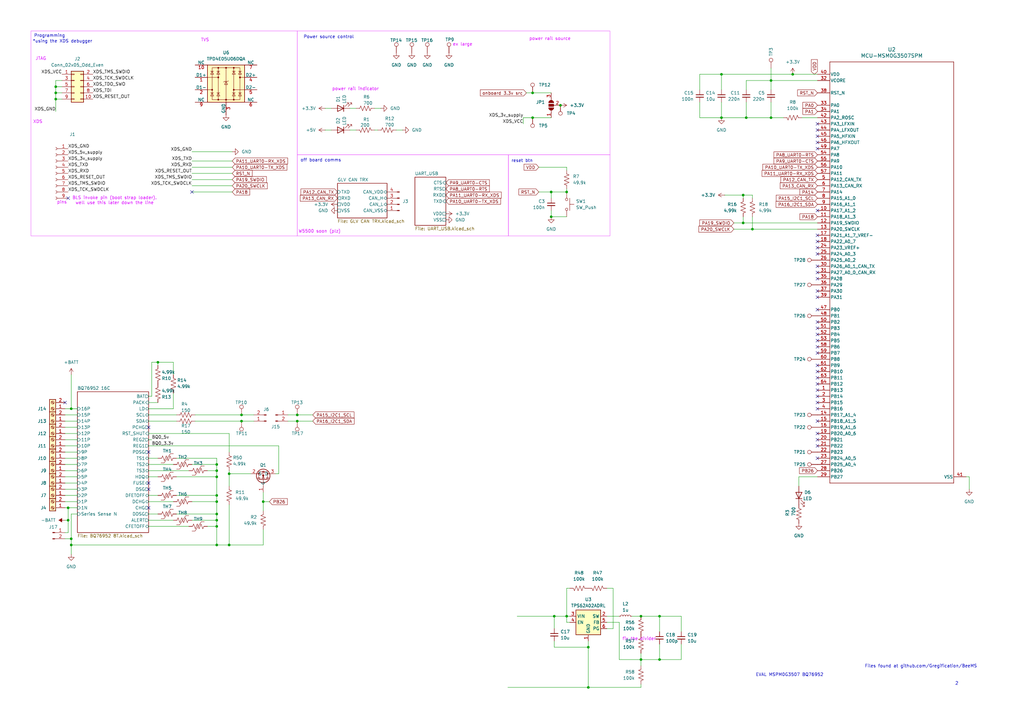
<source format=kicad_sch>
(kicad_sch (version 20250114) (generator "eeschema") (generator_version "9.0")
  (paper "A3")
  (rectangle (start 12.7 12.7) (end 121.92 96.774) (stroke (width 0) (color 234 84 255 1)))
  (rectangle (start 208.534 63.5) (end 250.19 96.774) (stroke (width 0) (color 234 84 255 1)))
  (rectangle (start 121.92 63.5) (end 208.534 96.774) (stroke (width 0) (color 234 84 255 1)))
  (rectangle (start 121.92 12.7) (end 250.19 63.5) (stroke (width 0) (color 234 84 255 1)))
  (text "EVAL MSPM0G3507 BQ76952" (at 323.85 276.86 0) (effects (font (size 1.27 1.27))))
  (text "XDS" (at 15.494 50.038 0) (effects (font (size 1.27 1.27))))
  (text "Programming" (at 20.32 14.732 0) (effects (font (size 1.27 1.27))))
  (text "Files found at github.com/Gregification/BeeMS" (at 377.698 273.304 0) (effects (font (size 1.27 1.27))))
  (text "power rail source" (at 225.552 16.002 0) (effects (font (size 1.27 1.27))))
  (text "TVS" (at 84.074 16.51 0) (effects (font (size 1.27 1.27))))
  (text "Power source control" (at 124.46 15.24 0) (effects (font (size 1.27 1.27)) (justify left)))
  (text "off board comms\n" (at 123.19 65.786 0) (effects (font (size 1.27 1.27)) (justify left)))
  (text "BLS invoke pin (boot strap loader).\nwell use this later down the line" (at 46.99 82.296 0) (effects (font (size 1.27 1.27))))
  (text "reset btn" (at 214.122 66.04 0) (effects (font (size 1.27 1.27))))
  (text "pins" (at 25.4 83.058 0) (effects (font (size 1.27 1.27))))
  (text "2" (at 392.43 280.416 0) (effects (font (size 1.27 1.27))))
  (text "ex large" (at 189.738 18.288 0) (effects (font (size 1.27 1.27))))
  (text "JTAG" (at 16.764 24.13 0) (effects (font (size 1.27 1.27))))
  (text "W5500 soon (plz)" (at 131.064 94.996 0) (effects (font (size 1.27 1.27))))
  (text "power rail indicator" (at 145.796 36.576 0) (effects (font (size 1.27 1.27))))
  (text "*using the XDS debugger" (at 25.654 17.018 0) (effects (font (size 1.27 1.27))))
  (text "fix the divider \n" (at 262.636 262.128 0) (effects (font (size 1.27 1.27))))
  (junction (at 295.91 48.26))
  (junction (at 88.9 213.36))
  (junction (at 22.86 35.56))
  (junction (at 88.9 195.58))
  (junction (at 325.12 30.48))
  (junction (at 218.44 48.26))
  (junction (at 27.94 208.28))
  (junction (at 88.9 203.2))
  (junction (at 93.98 194.31))
  (junction (at 304.8 80.01))
  (junction (at 241.3 281.94))
  (junction (at 64.77 148.59))
  (junction (at 88.9 223.52))
  (junction (at 22.86 40.64))
  (junction (at 29.21 220.98))
  (junction (at 88.9 215.9))
  (junction (at 218.44 38.1))
  (junction (at 270.51 252.73))
  (junction (at 295.91 30.48))
  (junction (at 88.9 205.74))
  (junction (at 226.06 78.74))
  (junction (at 304.8 91.44))
  (junction (at 29.21 167.64))
  (junction (at 232.41 252.73))
  (junction (at 27.94 213.36))
  (junction (at 262.89 270.51))
  (junction (at 316.23 33.02))
  (junction (at 99.06 172.72))
  (junction (at 88.9 193.04))
  (junction (at 308.61 93.98))
  (junction (at 99.06 170.18))
  (junction (at 121.92 172.72))
  (junction (at 121.92 170.18))
  (junction (at 93.98 223.52))
  (junction (at 270.51 270.51))
  (junction (at 262.89 252.73))
  (junction (at 226.06 88.9))
  (junction (at 29.21 223.52))
  (junction (at 107.95 205.74))
  (junction (at 229.87 43.18))
  (junction (at 88.9 190.5))
  (junction (at 316.23 48.26))
  (junction (at 241.3 265.43))
  (junction (at 306.07 48.26))
  (junction (at 22.86 38.1))
  (junction (at 88.9 210.82))
  (junction (at 232.41 78.74))
  (junction (at 227.33 252.73))
  (no_connect (at 335.28 104.14))
  (no_connect (at 335.28 58.42))
  (no_connect (at 335.28 162.56))
  (no_connect (at 335.28 111.76))
  (no_connect (at 27.94 81.28))
  (no_connect (at 78.74 78.74))
  (no_connect (at 26.67 165.1))
  (no_connect (at 335.28 182.88))
  (no_connect (at 335.28 167.64))
  (no_connect (at 60.96 198.12))
  (no_connect (at 335.28 154.94))
  (no_connect (at 335.28 144.78))
  (no_connect (at 335.28 142.24))
  (no_connect (at 335.28 165.1))
  (no_connect (at 335.28 99.06))
  (no_connect (at 335.28 139.7))
  (no_connect (at 60.96 200.66))
  (no_connect (at 335.28 160.02))
  (no_connect (at 335.28 101.6))
  (no_connect (at 335.28 114.3))
  (no_connect (at 335.28 172.72))
  (no_connect (at 335.28 55.88))
  (no_connect (at 60.96 175.26))
  (no_connect (at 335.28 127))
  (no_connect (at 335.28 137.16))
  (no_connect (at 335.28 86.36))
  (no_connect (at 335.28 187.96))
  (no_connect (at 335.28 134.62))
  (no_connect (at 335.28 132.08))
  (no_connect (at 335.28 152.4))
  (no_connect (at 335.28 121.92))
  (no_connect (at 335.28 157.48))
  (no_connect (at 60.96 208.28))
  (no_connect (at 335.28 109.22))
  (no_connect (at 335.28 60.96))
  (no_connect (at 335.28 180.34))
  (no_connect (at 335.28 53.34))
  (no_connect (at 60.96 185.42))
  (no_connect (at 335.28 177.8))
  (no_connect (at 335.28 119.38))
  (no_connect (at 335.28 50.8))
  (no_connect (at 335.28 149.86))
  (no_connect (at 335.28 96.52))
  (wire (pts (xy 241.3 281.94) (xy 262.89 281.94)))
  (wire (pts (xy 251.46 257.81) (xy 248.92 257.81)))
  (wire (pts (xy 316.23 48.26) (xy 321.31 48.26)))
  (wire (pts (xy 227.33 252.73) (xy 227.33 257.81)))
  (wire (pts (xy 27.94 213.36) (xy 27.94 218.44)))
  (wire (pts (xy 107.95 201.93) (xy 107.95 205.74)))
  (wire (pts (xy 300.99 93.98) (xy 308.61 93.98)))
  (wire (pts (xy 306.07 48.26) (xy 316.23 48.26)))
  (wire (pts (xy 248.92 255.27) (xy 254 255.27)))
  (wire (pts (xy 262.89 270.51) (xy 262.89 267.97)))
  (wire (pts (xy 259.08 252.73) (xy 262.89 252.73)))
  (wire (pts (xy 88.9 210.82) (xy 88.9 205.74)))
  (wire (pts (xy 26.67 200.66) (xy 31.75 200.66)))
  (wire (pts (xy 218.44 38.1) (xy 226.06 38.1)))
  (wire (pts (xy 93.98 207.01) (xy 93.98 223.52)))
  (wire (pts (xy 26.67 198.12) (xy 31.75 198.12)))
  (wire (pts (xy 306.07 33.02) (xy 306.07 36.83)))
  (wire (pts (xy 26.67 208.28) (xy 27.94 208.28)))
  (wire (pts (xy 325.12 30.48) (xy 335.28 30.48)))
  (wire (pts (xy 26.67 213.36) (xy 27.94 213.36)))
  (wire (pts (xy 262.89 281.94) (xy 262.89 280.67)))
  (wire (pts (xy 270.51 252.73) (xy 270.51 259.08)))
  (wire (pts (xy 287.02 30.48) (xy 295.91 30.48)))
  (wire (pts (xy 85.09 215.9) (xy 88.9 215.9)))
  (wire (pts (xy 78.74 76.2) (xy 95.25 76.2)))
  (wire (pts (xy 26.67 182.88) (xy 31.75 182.88)))
  (wire (pts (xy 304.8 88.9) (xy 304.8 91.44)))
  (wire (pts (xy 78.74 205.74) (xy 88.9 205.74)))
  (wire (pts (xy 22.86 38.1) (xy 25.4 38.1)))
  (wire (pts (xy 241.3 265.43) (xy 241.3 281.94)))
  (wire (pts (xy 232.41 78.74) (xy 232.41 77.47)))
  (wire (pts (xy 26.67 195.58) (xy 31.75 195.58)))
  (wire (pts (xy 60.96 193.04) (xy 77.47 193.04)))
  (wire (pts (xy 71.12 148.59) (xy 71.12 153.67)))
  (wire (pts (xy 93.98 223.52) (xy 107.95 223.52)))
  (wire (pts (xy 114.3 182.88) (xy 114.3 194.31)))
  (wire (pts (xy 316.23 41.91) (xy 316.23 48.26)))
  (wire (pts (xy 78.74 66.04) (xy 95.25 66.04)))
  (wire (pts (xy 154.94 53.34) (xy 153.67 53.34)))
  (wire (pts (xy 62.23 148.59) (xy 64.77 148.59)))
  (wire (pts (xy 262.89 273.05) (xy 262.89 270.51)))
  (wire (pts (xy 308.61 93.98) (xy 335.28 93.98)))
  (wire (pts (xy 214.63 48.26) (xy 218.44 48.26)))
  (wire (pts (xy 287.02 30.48) (xy 287.02 36.83)))
  (wire (pts (xy 241.3 262.89) (xy 241.3 265.43)))
  (wire (pts (xy 251.46 241.3) (xy 251.46 257.81)))
  (wire (pts (xy 212.09 252.73) (xy 227.33 252.73)))
  (wire (pts (xy 295.91 30.48) (xy 325.12 30.48)))
  (wire (pts (xy 304.8 80.01) (xy 308.61 80.01)))
  (wire (pts (xy 88.9 205.74) (xy 88.9 203.2)))
  (wire (pts (xy 121.92 172.72) (xy 118.11 172.72)))
  (wire (pts (xy 248.92 241.3) (xy 251.46 241.3)))
  (wire (pts (xy 60.96 162.56) (xy 62.23 162.56)))
  (wire (pts (xy 29.21 153.67) (xy 29.21 167.64)))
  (wire (pts (xy 60.96 180.34) (xy 62.23 180.34)))
  (wire (pts (xy 143.51 44.45) (xy 146.05 44.45)))
  (wire (pts (xy 327.66 195.58) (xy 335.28 195.58)))
  (wire (pts (xy 227.33 262.89) (xy 227.33 265.43)))
  (wire (pts (xy 308.61 88.9) (xy 308.61 93.98)))
  (wire (pts (xy 128.27 170.18) (xy 121.92 170.18)))
  (wire (pts (xy 226.06 78.74) (xy 232.41 78.74)))
  (wire (pts (xy 232.41 88.9) (xy 226.06 88.9)))
  (wire (pts (xy 64.77 187.96) (xy 60.96 187.96)))
  (wire (pts (xy 248.92 252.73) (xy 254 252.73)))
  (wire (pts (xy 306.07 33.02) (xy 316.23 33.02)))
  (wire (pts (xy 93.98 193.04) (xy 93.98 194.31)))
  (wire (pts (xy 232.41 252.73) (xy 232.41 241.3)))
  (wire (pts (xy 60.96 210.82) (xy 64.77 210.82)))
  (wire (pts (xy 29.21 210.82) (xy 29.21 220.98)))
  (wire (pts (xy 208.28 281.94) (xy 241.3 281.94)))
  (wire (pts (xy 304.8 91.44) (xy 335.28 91.44)))
  (wire (pts (xy 88.9 213.36) (xy 88.9 210.82)))
  (wire (pts (xy 88.9 203.2) (xy 88.9 195.58)))
  (wire (pts (xy 60.96 205.74) (xy 71.12 205.74)))
  (wire (pts (xy 300.99 91.44) (xy 304.8 91.44)))
  (wire (pts (xy 60.96 215.9) (xy 77.47 215.9)))
  (wire (pts (xy 26.67 203.2) (xy 31.75 203.2)))
  (wire (pts (xy 232.41 241.3) (xy 233.68 241.3)))
  (wire (pts (xy 78.74 68.58) (xy 95.25 68.58)))
  (wire (pts (xy 93.98 177.8) (xy 93.98 185.42)))
  (wire (pts (xy 72.39 210.82) (xy 88.9 210.82)))
  (wire (pts (xy 85.09 193.04) (xy 88.9 193.04)))
  (wire (pts (xy 279.4 264.16) (xy 279.4 270.51)))
  (wire (pts (xy 71.12 167.64) (xy 60.96 167.64)))
  (wire (pts (xy 232.41 69.85) (xy 232.41 68.58)))
  (wire (pts (xy 295.91 30.48) (xy 295.91 36.83)))
  (wire (pts (xy 133.35 53.34) (xy 135.89 53.34)))
  (wire (pts (xy 306.07 48.26) (xy 306.07 41.91)))
  (wire (pts (xy 232.41 252.73) (xy 233.68 252.73)))
  (wire (pts (xy 107.95 217.17) (xy 107.95 223.52)))
  (wire (pts (xy 26.67 190.5) (xy 31.75 190.5)))
  (wire (pts (xy 71.12 161.29) (xy 71.12 167.64)))
  (wire (pts (xy 78.74 190.5) (xy 88.9 190.5)))
  (wire (pts (xy 60.96 203.2) (xy 64.77 203.2)))
  (wire (pts (xy 316.23 33.02) (xy 335.28 33.02)))
  (wire (pts (xy 295.91 41.91) (xy 295.91 48.26)))
  (wire (pts (xy 78.74 78.74) (xy 95.25 78.74)))
  (wire (pts (xy 60.96 213.36) (xy 71.12 213.36)))
  (wire (pts (xy 270.51 270.51) (xy 262.89 270.51)))
  (wire (pts (xy 88.9 187.96) (xy 72.39 187.96)))
  (wire (pts (xy 220.98 78.74) (xy 226.06 78.74)))
  (wire (pts (xy 107.95 205.74) (xy 110.49 205.74)))
  (wire (pts (xy 304.8 80.01) (xy 304.8 81.28)))
  (wire (pts (xy 29.21 223.52) (xy 29.21 227.33)))
  (wire (pts (xy 22.86 35.56) (xy 25.4 35.56)))
  (wire (pts (xy 60.96 190.5) (xy 71.12 190.5)))
  (wire (pts (xy 26.67 175.26) (xy 31.75 175.26)))
  (wire (pts (xy 297.18 80.01) (xy 304.8 80.01)))
  (wire (pts (xy 227.33 265.43) (xy 241.3 265.43)))
  (wire (pts (xy 99.06 172.72) (xy 104.14 172.72)))
  (wire (pts (xy 279.4 259.08) (xy 279.4 252.73)))
  (wire (pts (xy 78.74 73.66) (xy 95.25 73.66)))
  (wire (pts (xy 121.92 170.18) (xy 118.11 170.18)))
  (wire (pts (xy 26.67 172.72) (xy 31.75 172.72)))
  (wire (pts (xy 22.86 33.02) (xy 25.4 33.02)))
  (wire (pts (xy 26.67 220.98) (xy 29.21 220.98)))
  (wire (pts (xy 93.98 194.31) (xy 102.87 194.31)))
  (wire (pts (xy 22.86 40.64) (xy 22.86 45.72)))
  (wire (pts (xy 60.96 165.1) (xy 64.77 165.1)))
  (wire (pts (xy 22.86 33.02) (xy 22.86 35.56)))
  (wire (pts (xy 60.96 182.88) (xy 114.3 182.88)))
  (wire (pts (xy 233.68 255.27) (xy 232.41 255.27)))
  (wire (pts (xy 26.67 177.8) (xy 31.75 177.8)))
  (wire (pts (xy 78.74 62.23) (xy 95.25 62.23)))
  (wire (pts (xy 26.67 167.64) (xy 29.21 167.64)))
  (wire (pts (xy 80.01 170.18) (xy 99.06 170.18)))
  (wire (pts (xy 26.67 205.74) (xy 31.75 205.74)))
  (wire (pts (xy 316.23 27.94) (xy 316.23 33.02)))
  (wire (pts (xy 29.21 210.82) (xy 31.75 210.82)))
  (wire (pts (xy 60.96 172.72) (xy 72.39 172.72)))
  (wire (pts (xy 99.06 170.18) (xy 104.14 170.18)))
  (wire (pts (xy 88.9 215.9) (xy 88.9 213.36)))
  (wire (pts (xy 327.66 199.39) (xy 327.66 195.58)))
  (wire (pts (xy 397.51 200.66) (xy 397.51 195.58)))
  (wire (pts (xy 215.9 38.1) (xy 218.44 38.1)))
  (wire (pts (xy 218.44 48.26) (xy 226.06 48.26)))
  (wire (pts (xy 26.67 170.18) (xy 31.75 170.18)))
  (wire (pts (xy 220.98 68.58) (xy 232.41 68.58)))
  (wire (pts (xy 232.41 255.27) (xy 232.41 252.73)))
  (wire (pts (xy 316.23 33.02) (xy 316.23 36.83)))
  (wire (pts (xy 72.39 195.58) (xy 88.9 195.58)))
  (wire (pts (xy 26.67 193.04) (xy 31.75 193.04)))
  (wire (pts (xy 226.06 78.74) (xy 226.06 81.28)))
  (wire (pts (xy 22.86 40.64) (xy 25.4 40.64)))
  (wire (pts (xy 270.51 252.73) (xy 262.89 252.73)))
  (wire (pts (xy 26.67 185.42) (xy 31.75 185.42)))
  (wire (pts (xy 60.96 170.18) (xy 72.39 170.18)))
  (wire (pts (xy 214.63 50.8) (xy 214.63 48.26)))
  (wire (pts (xy 254 270.51) (xy 262.89 270.51)))
  (wire (pts (xy 114.3 194.31) (xy 113.03 194.31)))
  (wire (pts (xy 80.01 172.72) (xy 99.06 172.72)))
  (wire (pts (xy 308.61 80.01) (xy 308.61 81.28)))
  (wire (pts (xy 397.51 195.58) (xy 396.24 195.58)))
  (wire (pts (xy 287.02 48.26) (xy 295.91 48.26)))
  (wire (pts (xy 88.9 193.04) (xy 88.9 190.5)))
  (wire (pts (xy 88.9 190.5) (xy 88.9 187.96)))
  (wire (pts (xy 153.67 44.45) (xy 156.21 44.45)))
  (wire (pts (xy 29.21 167.64) (xy 31.75 167.64)))
  (wire (pts (xy 64.77 148.59) (xy 64.77 149.86)))
  (wire (pts (xy 133.35 44.45) (xy 135.89 44.45)))
  (wire (pts (xy 270.51 264.16) (xy 270.51 270.51)))
  (wire (pts (xy 128.27 172.72) (xy 121.92 172.72)))
  (wire (pts (xy 72.39 203.2) (xy 88.9 203.2)))
  (wire (pts (xy 162.56 53.34) (xy 165.1 53.34)))
  (wire (pts (xy 279.4 270.51) (xy 270.51 270.51)))
  (wire (pts (xy 88.9 223.52) (xy 88.9 215.9)))
  (wire (pts (xy 22.86 40.64) (xy 22.86 38.1)))
  (wire (pts (xy 60.96 177.8) (xy 93.98 177.8)))
  (wire (pts (xy 27.94 218.44) (xy 26.67 218.44)))
  (wire (pts (xy 27.94 208.28) (xy 31.75 208.28)))
  (wire (pts (xy 93.98 194.31) (xy 93.98 199.39)))
  (wire (pts (xy 27.94 208.28) (xy 27.94 213.36)))
  (wire (pts (xy 62.23 162.56) (xy 62.23 148.59)))
  (wire (pts (xy 279.4 252.73) (xy 270.51 252.73)))
  (wire (pts (xy 254 255.27) (xy 254 270.51)))
  (wire (pts (xy 295.91 48.26) (xy 306.07 48.26)))
  (wire (pts (xy 78.74 71.12) (xy 95.25 71.12)))
  (wire (pts (xy 88.9 223.52) (xy 93.98 223.52)))
  (wire (pts (xy 26.67 180.34) (xy 31.75 180.34)))
  (wire (pts (xy 78.74 213.36) (xy 88.9 213.36)))
  (wire (pts (xy 64.77 148.59) (xy 71.12 148.59)))
  (wire (pts (xy 143.51 53.34) (xy 146.05 53.34)))
  (wire (pts (xy 29.21 223.52) (xy 88.9 223.52)))
  (wire (pts (xy 22.86 38.1) (xy 22.86 35.56)))
  (wire (pts (xy 29.21 220.98) (xy 29.21 223.52)))
  (wire (pts (xy 88.9 195.58) (xy 88.9 193.04)))
  (wire (pts (xy 26.67 187.96) (xy 31.75 187.96)))
  (wire (pts (xy 227.33 252.73) (xy 232.41 252.73)))
  (wire (pts (xy 107.95 205.74) (xy 107.95 209.55)))
  (wire (pts (xy 287.02 41.91) (xy 287.02 48.26)))
  (wire (pts (xy 226.06 88.9) (xy 226.06 86.36)))
  (wire (pts (xy 328.93 48.26) (xy 335.28 48.26)))
  (wire (pts (xy 60.96 195.58) (xy 64.77 195.58)))
  (label "XDS_TCK_SWDCLK" (at 38.1 33.02 0))
  (label "XDS_TCK_SWDCLK" (at 27.94 78.74 0))
  (label "BQ0_3.3v" (at 62.23 182.88 0))
  (label "XDS_VCC" (at 214.63 50.8 180))
  (label "XDS_3v_supply" (at 214.63 48.26 180))
  (label "XDS_RESET_OUT" (at 38.1 40.64 0))
  (label "XDS_TXD" (at 78.74 66.04 180))
  (label "XDS_TDO_SWO" (at 38.1 35.56 0))
  (label "BQ0_5v" (at 62.23 180.34 0))
  (label "XDS_GND" (at 78.74 62.23 180))
  (label "XDS_3v_supply" (at 27.94 66.04 0))
  (label "XDS_GND" (at 22.86 45.72 180))
  (label "XDS_VCC" (at 25.4 30.48 180))
  (label "XDS_RESET_OUT" (at 27.94 73.66 0))
  (label "XDS_TMS_SWDIO" (at 27.94 76.2 0))
  (label "XDS_RESET_OUT" (at 78.74 71.12 180))
  (label "XDS_GND" (at 27.94 60.96 0))
  (label "XDS_RXD" (at 78.74 68.58 180))
  (label "XDS_TDI" (at 38.1 38.1 0))
  (label "XDS_TCK_SWDCLK" (at 78.74 76.2 180))
  (label "XDS_RXD" (at 27.94 71.12 0))
  (label "XDS_TMS_SWDIO" (at 38.1 30.48 0))
  (label "XDS_TXD" (at 27.94 68.58 0))
  (label "XDS_TMS_SWDIO" (at 78.74 73.66 180))
  (label "XDS_5v_supply" (at 27.94 63.5 0))
  (global_label "PB26" (shape input) (at 110.49 205.74 0) (property "Intersheetrefs" "${INTERSHEET_REFS}" (effects (hide yes))))
  (global_label "PA10_UART0-TX_XDS" (shape input) (at 335.28 68.58 180) (property "Intersheetrefs" "${INTERSHEET_REFS}" (effects (hide yes))))
  (global_label "PA8_UART0-RTS" (shape input) (at 182.88 77.47 0) (property "Intersheetrefs" "${INTERSHEET_REFS}" (effects (hide yes))))
  (global_label "PA12_CAN_TX" (shape input) (at 138.43 78.74 180) (property "Intersheetrefs" "${INTERSHEET_REFS}" (effects (hide yes))))
  (global_label "RST_N" (shape input) (at 220.98 78.74 180) (property "Intersheetrefs" "${INTERSHEET_REFS}" (effects (hide yes))))
  (global_label "PA9_UART0-CTS" (shape input) (at 335.28 66.04 180) (property "Intersheetrefs" "${INTERSHEET_REFS}" (effects (hide yes))))
  (global_label "PA16_I2C1_SDA" (shape input) (at 128.27 172.72 0) (property "Intersheetrefs" "${INTERSHEET_REFS}" (effects (hide yes))))
  (global_label "PA8_UART0-RTS" (shape input) (at 335.28 63.5 180) (property "Intersheetrefs" "${INTERSHEET_REFS}" (effects (hide yes))))
  (global_label "RST_N" (shape input) (at 95.25 71.12 0) (property "Intersheetrefs" "${INTERSHEET_REFS}" (effects (hide yes))))
  (global_label "PA16_I2C1_SDA" (shape input) (at 335.28 83.82 180) (property "Intersheetrefs" "${INTERSHEET_REFS}" (effects (hide yes))))
  (global_label "RST_N" (shape input) (at 335.28 38.1 180) (property "Intersheetrefs" "${INTERSHEET_REFS}" (effects (hide yes))))
  (global_label "PA11_UART0-RX_XDS" (shape input) (at 182.88 80.01 0) (property "Intersheetrefs" "${INTERSHEET_REFS}" (effects (hide yes))))
  (global_label "PA14" (shape input) (at 335.28 78.74 180) (property "Intersheetrefs" "${INTERSHEET_REFS}" (effects (hide yes))))
  (global_label "VDD" (shape input) (at 334.01 30.48 90) (property "Intersheetrefs" "${INTERSHEET_REFS}" (effects (hide yes))))
  (global_label "PA19_SWDIO" (shape input) (at 95.25 73.66 0) (property "Intersheetrefs" "${INTERSHEET_REFS}" (effects (hide yes))))
  (global_label "PA10_UART0-TX_XDS" (shape input) (at 95.25 68.58 0) (property "Intersheetrefs" "${INTERSHEET_REFS}" (effects (hide yes))))
  (global_label "PA12_CAN_TX" (shape input) (at 335.28 73.66 180) (property "Intersheetrefs" "${INTERSHEET_REFS}" (effects (hide yes))))
  (global_label "PA18" (shape input) (at 335.28 88.9 180) (property "Intersheetrefs" "${INTERSHEET_REFS}" (effects (hide yes))))
  (global_label "PA10_UART0-TX_XDS" (shape input) (at 182.88 82.55 0) (property "Intersheetrefs" "${INTERSHEET_REFS}" (effects (hide yes))))
  (global_label "PA20_SWCLK" (shape input) (at 95.25 76.2 0) (property "Intersheetrefs" "${INTERSHEET_REFS}" (effects (hide yes))))
  (global_label "PA11_UART0-RX_XDS" (shape input) (at 335.28 71.12 180) (property "Intersheetrefs" "${INTERSHEET_REFS}" (effects (hide yes))))
  (global_label "PA13_CAN_RX" (shape input) (at 335.28 76.2 180) (property "Intersheetrefs" "${INTERSHEET_REFS}" (effects (hide yes))))
  (global_label "VDD" (shape input) (at 220.98 68.58 180) (property "Intersheetrefs" "${INTERSHEET_REFS}" (effects (hide yes))))
  (global_label "onboard 3.3v src" (shape input) (at 215.9 38.1 180) (property "Intersheetrefs" "${INTERSHEET_REFS}" (effects (hide yes))))
  (global_label "PA9_UART0-CTS" (shape input) (at 182.88 74.93 0) (property "Intersheetrefs" "${INTERSHEET_REFS}" (effects (hide yes))))
  (global_label "PA15_I2C1_SCL" (shape input) (at 335.28 81.28 180) (property "Intersheetrefs" "${INTERSHEET_REFS}" (effects (hide yes))))
  (global_label "PA15_I2C1_SCL" (shape input) (at 128.27 170.18 0) (property "Intersheetrefs" "${INTERSHEET_REFS}" (effects (hide yes))))
  (global_label "PA19_SWDIO" (shape input) (at 300.99 91.44 180) (property "Intersheetrefs" "${INTERSHEET_REFS}" (effects (hide yes))))
  (global_label "PA1" (shape input) (at 335.28 45.72 180) (property "Intersheetrefs" "${INTERSHEET_REFS}" (effects (hide yes))))
  (global_label "PB26" (shape input) (at 335.28 193.04 180) (property "Intersheetrefs" "${INTERSHEET_REFS}" (effects (hide yes))))
  (global_label "PA11_UART0-RX_XDS" (shape input) (at 95.25 66.04 0) (property "Intersheetrefs" "${INTERSHEET_REFS}" (effects (hide yes))))
  (global_label "PA13_CAN_RX" (shape input) (at 138.43 81.28 180) (property "Intersheetrefs" "${INTERSHEET_REFS}" (effects (hide yes))))
  (global_label "PA20_SWCLK" (shape input) (at 300.99 93.98 180) (property "Intersheetrefs" "${INTERSHEET_REFS}" (effects (hide yes))))
  (global_label "PA0" (shape input) (at 335.28 43.18 180) (property "Intersheetrefs" "${INTERSHEET_REFS}" (effects (hide yes))))
  (global_label "PA18" (shape input) (at 95.25 78.74 0) (property "Intersheetrefs" "${INTERSHEET_REFS}" (effects (hide yes))))
  (symbol (lib_id "Device:R_US") (at 245.11 241.3 270) (mirror x) (unit 1)
    (property "Reference" "R47" (at 245.11 234.95 90))
    (property "Value" "100k" (at 245.11 237.49 90))
    (property "Footprint" "Resistor_SMD:R_1206_3216Metric_Pad1.30x1.75mm_HandSolder" (effects (hide yes)))
    (property "Datasheet" "https://www.mouser.com/ProductDetail/Bourns/CHV1206-FX-1003EST?qs=QNEnbhJQKvb7tN9X9nEnDA%3D%3D" (effects (hide yes)))
    (property "Description" "Resistor, US symbol" (effects (hide yes)))
    (property "mouser" "https://www.mouser.com/ProductDetail/Bourns/CHV1206-FX-1003EST?qs=QNEnbhJQKvb7tN9X9nEnDA%3D%3D" (effects (hide yes)))
    (property "specs" "100kOhm, 800V, 250mW, 100PPM, 1%, -55C, 155C" (effects (hide yes)))
    (property "unit x10" "0.083" (effects (hide yes)))
  )
  (symbol (lib_id "Device:R_US") (at 76.2 170.18 90) (unit 1)
    (property "Reference" "R4" (at 74.295 165.735 90) (effects (justify right)))
    (property "Value" "150" (at 74.295 168.275 90) (effects (justify right)))
    (property "Footprint" "Resistor_SMD:R_1206_3216Metric_Pad1.30x1.75mm_HandSolder" (effects (hide yes)))
    (property "Description" "Resistor, US symbol" (effects (hide yes)))
    (property "mouser" "https://www.mouser.com/ProductDetail/YAGEO/AC1206FR-7W150RL?qs=sGAEpiMZZMtlubZbdhIBICFms2LWLh%252Bq5GguBuup7BI%3D" (effects (hide yes)))
    (property "specs" "150Ohm, 500mW, 1%, 200V, -55C, +155C" (effects (hide yes)))
    (property "unit x10" "0.032" (effects (hide yes)))
  )
  (symbol (lib_id "Device:R_US") (at 308.61 85.09 0) (mirror y) (unit 1)
    (property "Reference" "R18" (at 311.15 83.8199 0) (effects (justify right)))
    (property "Value" "4.99k" (at 311.15 86.3599 0) (effects (justify right)))
    (property "Footprint" "Resistor_SMD:R_1206_3216Metric_Pad1.30x1.75mm_HandSolder" (effects (hide yes)))
    (property "Description" "Resistor, US symbol" (effects (hide yes)))
    (property "mouser" "https://www.mouser.com/ProductDetail/SEI-Stackpole/RNCP1206FTD4K99?qs=sGAEpiMZZMvdGkrng054tyMPH50YnZ95yR%2FF2bQQIaAb5UdPiGbTtQ%3D%3D" (effects (hide yes)))
    (property "specs" "4.99kOhm, 200V, 500mW, 1%, 100PPM, -55C, +155C" (effects (hide yes)))
    (property "unit x10" "0.017" (effects (hide yes)))
  )
  (symbol (lib_id "Connector:TestPoint") (at 335.28 116.84 90) (unit 1) (in_bom no)
    (property "Reference" "TP27" (at 330.454 116.84 90) (effects (justify left)))
    (property "Value" "TestPoint" (effects (hide yes)))
    (property "Footprint" "TestPoint:TestPoint_Loop_D2.50mm_Drill1.0mm_LowProfile" (effects (hide yes)))
    (property "Description" "test point" (effects (hide yes)))
  )
  (symbol (lib_id "Device:C_Small") (at 227.33 260.35 0) (unit 1)
    (property "Reference" "C17" (at 229.87 259.0862 0) (effects (justify left)))
    (property "Value" "10u" (at 229.87 261.6262 0) (effects (justify left)))
    (property "Footprint" "Capacitor_SMD:C_1206_3216Metric_Pad1.33x1.80mm_HandSolder" (effects (hide yes)))
    (property "Description" "50Vdc, 10%, +125C" (effects (hide yes)))
    (property "mouser" "https://www.mouser.com/ProductDetail/Samsung-Electro-Mechanics/CL31A106KBHNNNE?qs=sGAEpiMZZMsh%252B1woXyUXjxqcB7t9naYpzWmpMbMJIKQ%3D" (effects (hide yes)))
    (property "specs" "10uF, 50VDC, X5R, 10%, -55C, +85C" (effects (hide yes)))
    (property "unit x10" "0.07" (effects (hide yes)))
  )
  (symbol (lib_id "Device:LED") (at 139.7 44.45 180) (unit 1)
    (property "Reference" "D1" (at 138.684 40.64 90))
    (property "Value" "LED" (at 141.224 40.64 90))
    (property "Footprint" "LED_SMD:LED_0201_0603Metric_Pad0.64x0.40mm_HandSolder" (effects (hide yes)))
    (property "Description" "Amber LED, 5mA, 1.9Vf, 5Vr, 75mW" (effects (hide yes)))
    (property "Sim.Pins" "1=K 2=A" (effects (hide yes)))
    (property "mouser" "https://www.mouser.com/ProductDetail/Inolux/IN-S63AT5A?qs=sGAEpiMZZMusoohG2hS%252B168PbK3Wnfgfrs6xlVjjR%2FyR990S%252B53E4A%3D%3D" (effects (hide yes)))
    (property "specs" "amber, 5mA, 1.9V, 75mW, -40C, +85C" (effects (hide yes)))
    (property "unit x10" "0.12" (effects (hide yes)))
  )
  (symbol (lib_id "power:GND") (at 226.06 88.9 0) (unit 1)
    (property "Reference" "#PWR010" (effects (hide yes)))
    (property "Value" "GND" (at 226.06 93.98 0))
    (property "Description" "Power symbol creates a global label with name \"GND\" , ground" (effects (hide yes)))
  )
  (symbol (lib_id "Connector:Screw_Terminal_01x02") (at 21.59 167.64 180) (unit 1)
    (property "Reference" "J14" (at 19.05 167.6401 0) (effects (justify left)))
    (property "Value" "Screw_Terminal_01x02" (effects (hide yes)))
    (property "Footprint" "TerminalBlock_MetzConnect:TerminalBlock_MetzConnect_Type059_RT06302HBWC_1x02_P3.50mm_Horizontal" (effects (hide yes)))
    (property "Datasheet" "https://www.mouser.com/ProductDetail/GCT/TAD05-02-1-L-G?qs=sGAEpiMZZMvPvGwLNS671%252B7aWYNAXBhXubiN9UBg%2FHrlZvvKM4WA6w%3D%3D" (effects (hide yes)))
    (property "Description" "Generic screw terminal, single row, 01x02, script generated (kicad-library-utils/schlib/autogen/connector/)" (effects (hide yes)))
    (property "mouser" "https://www.mouser.com/ProductDetail/GCT/TAD05-02-1-L-G?qs=sGAEpiMZZMvPvGwLNS671%252B7aWYNAXBhXubiN9UBg%2FHrlZvvKM4WA6w%3D%3D" (effects (hide yes)))
  )
  (symbol (lib_id "Connector:TestPoint") (at 316.23 27.94 0) (unit 1) (in_bom no)
    (property "Reference" "TP3" (at 316.23 23.114 90) (effects (justify left)))
    (property "Value" "TestPoint" (effects (hide yes)))
    (property "Footprint" "TestPoint:TestPoint_Loop_D2.50mm_Drill1.0mm_LowProfile" (effects (hide yes)))
    (property "Description" "test point" (effects (hide yes)))
  )
  (symbol (lib_id "power:GND") (at 162.56 21.59 0) (unit 1)
    (property "Reference" "#PWR05" (effects (hide yes)))
    (property "Value" "GND" (at 162.56 26.67 0))
    (property "Description" "Power symbol creates a global label with name \"GND\" , ground" (effects (hide yes)))
  )
  (symbol (lib_id "Connector:Conn_01x04_Pin") (at 163.83 83.82 180) (unit 1) (in_bom no)
    (property "Reference" "J3" (at 165.1 82.5501 0) (effects (justify right)))
    (property "Value" "Conn_01x04_Pin" (effects (hide yes)))
    (property "Footprint" "Connector_PinHeader_2.54mm:PinHeader_1x04_P2.54mm_Vertical" (effects (hide yes)))
    (property "Description" "Generic connector, single row, 01x04, script generated" (effects (hide yes)))
  )
  (symbol (lib_id "Regulator_Switching:TPS62A02ADRL") (at 241.3 255.27 0) (unit 1)
    (property "Reference" "U3" (at 241.3 245.872 0))
    (property "Value" "TPS62A02ADRL" (at 241.3 248.412 0))
    (property "Footprint" "Package_TO_SOT_SMD:SOT-563" (effects (hide yes)))
    (property "Datasheet" "https://www.ti.com/lit/gpn/tps62a02a" (effects (hide yes)))
    (property "Description" "High Efficiency Synchronous Buck Converter with forced PWM, Adjustable Output 0.6V-5.5V, 2A, Power Good, Enable, SOT-563" (effects (hide yes)))
    (property "mouser" "https://www.mouser.com/ProductDetail/Texas-Instruments/TPS62A02ADRLR?qs=By6Nw2ByBD27zXzxBxM12w%3D%3D" (effects (hide yes)))
    (property "specs" "2v5-5v5 in, 0.6mV-5v5 out, 2A, -40C, +150C, 23uA operating" (effects (hide yes)))
    (property "unit x10" "0.129" (effects (hide yes)))
  )
  (symbol (lib_id "Device:LED") (at 139.7 53.34 180) (unit 1)
    (property "Reference" "D2" (at 138.684 49.53 90))
    (property "Value" "LED" (at 141.224 49.53 90))
    (property "Footprint" "LED_SMD:LED_0201_0603Metric_Pad0.64x0.40mm_HandSolder" (effects (hide yes)))
    (property "Description" "Amber LED, 5mA, 1.9Vf, 5Vr, 75mW" (effects (hide yes)))
    (property "Sim.Pins" "1=K 2=A" (effects (hide yes)))
    (property "mouser" "https://www.mouser.com/ProductDetail/Inolux/IN-S63AT5A?qs=sGAEpiMZZMusoohG2hS%252B168PbK3Wnfgfrs6xlVjjR%2FyR990S%252B53E4A%3D%3D" (effects (hide yes)))
    (property "specs" "amber, 5mA, 1.9V, 75mW, -40C, +85C" (effects (hide yes)))
    (property "unit x10" "0.12" (effects (hide yes)))
  )
  (symbol (lib_id "Switch:SW_Push") (at 232.41 83.82 270) (unit 1)
    (property "Reference" "SW1" (at 236.22 82.5499 90) (effects (justify left)))
    (property "Value" "SW_Push" (at 236.22 85.0899 90) (effects (justify left)))
    (property "Footprint" "Button_Switch_SMD:SW_SPST_PTS645" (effects (hide yes)))
    (property "Datasheet" "https://www.mouser.com/ProductDetail/Soldered/101111?qs=%252BXxaIXUDbq05T1Vr5nLouw%3D%3D" (effects (hide yes)))
    (property "Description" "Push button switch, generic, two pins" (effects (hide yes)))
  )
  (symbol (lib_id "power:+3.3V") (at 133.35 44.45 90) (unit 1)
    (property "Reference" "#PWR020" (effects (hide yes)))
    (property "Value" "+3.3V" (at 129.54 44.4499 90) (effects (justify left)))
    (property "Description" "Power symbol creates a global label with name \"+3.3V\"" (effects (hide yes)))
  )
  (symbol (lib_id "Device:C_Small") (at 316.23 39.37 0) (mirror y) (unit 1)
    (property "Reference" "C5" (at 313.69 38.1062 0) (effects (justify left)))
    (property "Value" "220n" (at 313.69 40.6462 0) (effects (justify left)))
    (property "Footprint" "Capacitor_SMD:C_1206_3216Metric_Pad1.33x1.80mm_HandSolder" (effects (hide yes)))
    (property "Datasheet" "https://www.mouser.com/ProductDetail/Samsung-Electro-Mechanics/CL31B224KBFNNNF?qs=sGAEpiMZZMsh%252B1woXyUXj7iNKXiFkBmw7C%252BUlKpuDJ8%3D" (effects (hide yes)))
    (property "Description" "50Vdc, 10%, +125C" (effects (hide yes)))
    (property "mouser" "https://www.mouser.com/ProductDetail/Samsung-Electro-Mechanics/CL31B224KBFNNNF?qs=sGAEpiMZZMsh%252B1woXyUXj7iNKXiFkBmw7C%252BUlKpuDJ8%3D" (effects (hide yes)))
    (property "specs" "50VDC, X7R, 10%, -55C, +125C, 220nF" (effects (hide yes)))
    (property "unit x10" "0.05" (effects (hide yes)))
  )
  (symbol (lib_id "Device:Thermistor_US") (at 81.28 193.04 90) (unit 1)
    (property "Reference" "TH3" (at 81.28 189.992 90))
    (property "Value" "Thermistor_US" (effects (hide yes)))
    (property "Footprint" "Resistor_SMD:R_1206_3216Metric_Pad1.30x1.75mm_HandSolder" (effects (hide yes)))
    (property "Description" "Thermistor, temperature dependent resistor, US symbol" (effects (hide yes)))
    (property "mouser" "https://www.mouser.com/ProductDetail/KYOCERA-AVX/NC20K00103KBA?qs=siVWLNAoT3nNg3yXUF5KcA%3D%3D" (effects (hide yes)))
    (property "specs" "3630kB, 10kOhms, 10%, -55C, +150C, 240mW" (effects (hide yes)))
  )
  (symbol (lib_id "Connector:TestPoint") (at 121.92 172.72 180) (unit 1) (in_bom no)
    (property "Reference" "TP17" (at 124.46 177.8 0) (effects (justify left)))
    (property "Value" "TestPoint" (effects (hide yes)))
    (property "Footprint" "TestPoint:TestPoint_Loop_D2.50mm_Drill1.0mm_LowProfile" (effects (hide yes)))
    (property "Description" "test point" (effects (hide yes)))
  )
  (symbol (lib_id "Connector:TestPoint") (at 162.56 21.59 0) (unit 1) (in_bom no)
    (property "Reference" "TP14" (at 160.02 16.51 0) (effects (justify left)))
    (property "Value" "TestPoint" (effects (hide yes)))
    (property "Footprint" "TestPoint:TestPoint_Loop_D2.50mm_Drill1.0mm_LowProfile" (effects (hide yes)))
    (property "Description" "test point" (effects (hide yes)))
  )
  (symbol (lib_id "Connector:TestPoint") (at 335.28 147.32 90) (unit 1) (in_bom no)
    (property "Reference" "TP24" (at 330.454 147.32 90) (effects (justify left)))
    (property "Value" "TestPoint" (effects (hide yes)))
    (property "Footprint" "TestPoint:TestPoint_Loop_D2.50mm_Drill1.0mm_LowProfile" (effects (hide yes)))
    (property "Description" "test point" (effects (hide yes)))
  )
  (symbol (lib_id "Connector:TestPoint") (at 184.15 21.59 0) (unit 1) (in_bom no)
    (property "Reference" "TP9" (at 182.626 16.256 0) (effects (justify left)))
    (property "Value" "TestPoint" (effects (hide yes)))
    (property "Footprint" "TestPoint:TestPoint_THTPad_3.0x3.0mm_Drill1.5mm" (effects (hide yes)))
    (property "Description" "test point" (effects (hide yes)))
  )
  (symbol (lib_id "Device:C_Small") (at 306.07 39.37 0) (mirror y) (unit 1)
    (property "Reference" "C11" (at 303.53 38.1062 0) (effects (justify left)))
    (property "Value" "220n" (at 303.53 40.6462 0) (effects (justify left)))
    (property "Footprint" "Capacitor_SMD:C_1206_3216Metric_Pad1.33x1.80mm_HandSolder" (effects (hide yes)))
    (property "Datasheet" "https://www.mouser.com/ProductDetail/Samsung-Electro-Mechanics/CL31B224KBFNNNF?qs=sGAEpiMZZMsh%252B1woXyUXj7iNKXiFkBmw7C%252BUlKpuDJ8%3D" (effects (hide yes)))
    (property "Description" "50Vdc, 10%, +125C" (effects (hide yes)))
    (property "mouser" "https://www.mouser.com/ProductDetail/Samsung-Electro-Mechanics/CL31B224KBFNNNF?qs=sGAEpiMZZMsh%252B1woXyUXj7iNKXiFkBmw7C%252BUlKpuDJ8%3D" (effects (hide yes)))
    (property "specs" "50VDC, X7R, 10%, -55C, +125C, 220nF" (effects (hide yes)))
    (property "unit x10" "0.05" (effects (hide yes)))
  )
  (symbol (lib_id "Device:R_US") (at 262.89 264.16 0) (mirror x) (unit 1)
    (property "Reference" "R57" (at 260.35 262.8899 0) (effects (justify right)))
    (property "Value" "100k" (at 260.35 265.4299 0) (effects (justify right)))
    (property "Footprint" "Resistor_SMD:R_1206_3216Metric_Pad1.30x1.75mm_HandSolder" (effects (hide yes)))
    (property "Datasheet" "https://www.mouser.com/ProductDetail/Bourns/CHV1206-FX-1003EST?qs=QNEnbhJQKvb7tN9X9nEnDA%3D%3D" (effects (hide yes)))
    (property "Description" "Resistor, US symbol" (effects (hide yes)))
    (property "mouser" "https://www.mouser.com/ProductDetail/Bourns/CHV1206-FX-1003EST?qs=QNEnbhJQKvb7tN9X9nEnDA%3D%3D" (effects (hide yes)))
    (property "specs" "100kOhm, 800V, 250mW, 100PPM, 1%, -55C, 155C" (effects (hide yes)))
    (property "unit x10" "0.083" (effects (hide yes)))
  )
  (symbol (lib_id "Connector:Screw_Terminal_01x02") (at 21.59 177.8 180) (unit 1)
    (property "Reference" "J12" (at 19.05 177.8001 0) (effects (justify left)))
    (property "Value" "Screw_Terminal_01x02" (effects (hide yes)))
    (property "Footprint" "TerminalBlock_MetzConnect:TerminalBlock_MetzConnect_Type059_RT06302HBWC_1x02_P3.50mm_Horizontal" (effects (hide yes)))
    (property "Datasheet" "https://www.mouser.com/ProductDetail/GCT/TAD05-02-1-L-G?qs=sGAEpiMZZMvPvGwLNS671%252B7aWYNAXBhXubiN9UBg%2FHrlZvvKM4WA6w%3D%3D" (effects (hide yes)))
    (property "Description" "Generic screw terminal, single row, 01x02, script generated (kicad-library-utils/schlib/autogen/connector/)" (effects (hide yes)))
    (property "mouser" "https://www.mouser.com/ProductDetail/GCT/TAD05-02-1-L-G?qs=sGAEpiMZZMvPvGwLNS671%252B7aWYNAXBhXubiN9UBg%2FHrlZvvKM4WA6w%3D%3D" (effects (hide yes)))
  )
  (symbol (lib_id "power:+BATT") (at 29.21 153.67 0) (unit 1)
    (property "Reference" "#PWR013" (effects (hide yes)))
    (property "Value" "+BATT" (at 29.21 148.59 0))
    (property "Description" "Power symbol creates a global label with name \"+BATT\"" (effects (hide yes)))
  )
  (symbol (lib_id "Connector:TestPoint") (at 229.87 43.18 180) (unit 1) (in_bom no)
    (property "Reference" "TP4" (at 232.41 46.4819 0) (effects (justify right)))
    (property "Value" "TestPoint" (effects (hide yes)))
    (property "Footprint" "TestPoint:TestPoint_Loop_D2.50mm_Drill1.0mm_LowProfile" (effects (hide yes)))
    (property "Description" "test point" (effects (hide yes)))
  )
  (symbol (lib_id "power:+5V") (at 133.35 53.34 90) (unit 1)
    (property "Reference" "#PWR021" (effects (hide yes)))
    (property "Value" "+5V" (at 129.54 53.3399 90) (effects (justify left)))
    (property "Description" "Power symbol creates a global label with name \"+5V\"" (effects (hide yes)))
  )
  (symbol (lib_id "power:GND") (at 327.66 214.63 0) (unit 1)
    (property "Reference" "#PWR034" (effects (hide yes)))
    (property "Value" "GND" (at 327.66 219.71 0))
    (property "Description" "Power symbol creates a global label with name \"GND\" , ground" (effects (hide yes)))
  )
  (symbol (lib_id "Device:R_US") (at 76.2 172.72 270) (unit 1)
    (property "Reference" "R17" (at 74.295 174.625 90) (effects (justify left)))
    (property "Value" "150" (at 74.295 177.165 90) (effects (justify left)))
    (property "Footprint" "Resistor_SMD:R_1206_3216Metric_Pad1.30x1.75mm_HandSolder" (effects (hide yes)))
    (property "Description" "Resistor, US symbol" (effects (hide yes)))
    (property "mouser" "https://www.mouser.com/ProductDetail/YAGEO/AC1206FR-7W150RL?qs=sGAEpiMZZMtlubZbdhIBICFms2LWLh%252Bq5GguBuup7BI%3D" (effects (hide yes)))
    (property "specs" "150Ohm, 500mW, 1%, 200V, -55C, +155C" (effects (hide yes)))
    (property "unit x10" "0.032" (effects (hide yes)))
  )
  (symbol (lib_id "power:GND") (at 138.43 86.36 270) (unit 1)
    (property "Reference" "#PWR07" (effects (hide yes)))
    (property "Value" "GND" (at 134.62 86.3599 90) (effects (justify right)))
    (property "Description" "Power symbol creates a global label with name \"GND\" , ground" (effects (hide yes)))
  )
  (symbol (lib_id "power:-BATT") (at 26.67 213.36 90) (unit 1)
    (property "Reference" "#PWR01" (effects (hide yes)))
    (property "Value" "-BATT" (at 22.86 213.3599 90) (effects (justify left)))
    (property "Description" "Power symbol creates a global label with name \"-BATT\"" (effects (hide yes)))
  )
  (symbol (lib_id "Device:R_US") (at 232.41 73.66 0) (unit 1)
    (property "Reference" "R7" (at 234.95 72.3899 0) (effects (justify left)))
    (property "Value" "49.9k" (at 234.95 74.9299 0) (effects (justify left)))
    (property "Footprint" "Resistor_SMD:R_1206_3216Metric_Pad1.30x1.75mm_HandSolder" (effects (hide yes)))
    (property "Description" "0.1% , +155C, 255mW, 200V" (effects (hide yes)))
    (property "mouser" "https://www.mouser.com/ProductDetail/SEI-Stackpole/RNCP1206FTD49K9?qs=sGAEpiMZZMtlubZbdhIBIA%252B43obPAL0t%252Bb%2FrZA8g8Pk%3D" (effects (hide yes)))
    (property "specs" "49.9kOhms, 500mW, 1%, 200V, 100PPM, -55C, +155C" (effects (hide yes)))
    (property "unit x10" "0.014" (effects (hide yes)))
  )
  (symbol (lib_id "Connector:Screw_Terminal_01x02") (at 21.59 172.72 180) (unit 1)
    (property "Reference" "J13" (at 19.05 172.7201 0) (effects (justify left)))
    (property "Value" "Screw_Terminal_01x02" (effects (hide yes)))
    (property "Footprint" "TerminalBlock_MetzConnect:TerminalBlock_MetzConnect_Type059_RT06302HBWC_1x02_P3.50mm_Horizontal" (effects (hide yes)))
    (property "Datasheet" "https://www.mouser.com/ProductDetail/GCT/TAD05-02-1-L-G?qs=sGAEpiMZZMvPvGwLNS671%252B7aWYNAXBhXubiN9UBg%2FHrlZvvKM4WA6w%3D%3D" (effects (hide yes)))
    (property "Description" "Generic screw terminal, single row, 01x02, script generated (kicad-library-utils/schlib/autogen/connector/)" (effects (hide yes)))
    (property "mouser" "https://www.mouser.com/ProductDetail/GCT/TAD05-02-1-L-G?qs=sGAEpiMZZMvPvGwLNS671%252B7aWYNAXBhXubiN9UBg%2FHrlZvvKM4WA6w%3D%3D" (effects (hide yes)))
  )
  (symbol (lib_id "Device:R_US") (at 64.77 153.67 0) (mirror x) (unit 1)
    (property "Reference" "R10" (at 66.294 155.194 0) (effects (justify left)))
    (property "Value" "4.99k" (at 66.294 152.654 0) (effects (justify left)))
    (property "Footprint" "Resistor_SMD:R_1206_3216Metric_Pad1.30x1.75mm_HandSolder" (effects (hide yes)))
    (property "Description" "Resistor, US symbol" (effects (hide yes)))
    (property "mouser" "https://www.mouser.com/ProductDetail/SEI-Stackpole/RNCP1206FTD4K99?qs=sGAEpiMZZMvdGkrng054tyMPH50YnZ95yR%2FF2bQQIaAb5UdPiGbTtQ%3D%3D" (effects (hide yes)))
    (property "specs" "4.99kOhm, 200V, 500mW, 1%, 100PPM, -55C, +155C" (effects (hide yes)))
    (property "unit x10" "0.017" (effects (hide yes)))
  )
  (symbol (lib_id "Device:Thermistor_US") (at 74.93 213.36 90) (unit 1)
    (property "Reference" "TH8" (at 74.93 210.312 90))
    (property "Value" "Thermistor_US" (effects (hide yes)))
    (property "Footprint" "Resistor_SMD:R_1206_3216Metric_Pad1.30x1.75mm_HandSolder" (effects (hide yes)))
    (property "Description" "Thermistor, temperature dependent resistor, US symbol" (effects (hide yes)))
    (property "mouser" "https://www.mouser.com/ProductDetail/KYOCERA-AVX/NC20K00103KBA?qs=siVWLNAoT3nNg3yXUF5KcA%3D%3D" (effects (hide yes)))
    (property "specs" "3630kB, 10kOhms, 10%, -55C, +150C, 240mW" (effects (hide yes)))
  )
  (symbol (lib_id "Connector:TestPoint") (at 335.28 175.26 90) (unit 1) (in_bom no)
    (property "Reference" "TP22" (at 330.454 175.26 90) (effects (justify left)))
    (property "Value" "TestPoint" (effects (hide yes)))
    (property "Footprint" "TestPoint:TestPoint_Loop_D2.50mm_Drill1.0mm_LowProfile" (effects (hide yes)))
    (property "Description" "test point" (effects (hide yes)))
  )
  (symbol (lib_id "Device:R_US") (at 107.95 213.36 0) (mirror x) (unit 1)
    (property "Reference" "R2" (at 105.41 212.0899 0) (effects (justify right)))
    (property "Value" "49.9k" (at 105.41 214.6299 0) (effects (justify right)))
    (property "Footprint" "Resistor_SMD:R_1206_3216Metric_Pad1.30x1.75mm_HandSolder" (effects (hide yes)))
    (property "Description" "0.1% , +155C, 255mW, 200V" (effects (hide yes)))
    (property "mouser" "https://www.mouser.com/ProductDetail/SEI-Stackpole/RNCP1206FTD49K9?qs=sGAEpiMZZMtlubZbdhIBIA%252B43obPAL0t%252Bb%2FrZA8g8Pk%3D" (effects (hide yes)))
    (property "specs" "49.9kOhms, 500mW, 1%, 200V, 100PPM, -55C, +155C" (effects (hide yes)))
    (property "unit x10" "0.014" (effects (hide yes)))
  )
  (symbol (lib_id "power:+3.3V") (at 182.88 87.63 270) (unit 1)
    (property "Reference" "#PWR04" (effects (hide yes)))
    (property "Value" "+3.3V" (at 186.69 87.6299 90) (effects (justify left)))
    (property "Description" "Power symbol creates a global label with name \"+3.3V\"" (effects (hide yes)))
  )
  (symbol (lib_id "zzLocalLibrary:MCU-MSM0G3507SPM") (at 335.28 30.48 0) (unit 1)
    (property "Reference" "U2" (at 365.76 20.32 0) (effects (font (size 1.524 1.524))))
    (property "Value" "MCU-MSM0G3507SPM" (at 365.76 22.86 0) (effects (font (size 1.524 1.524))))
    (property "Footprint" "zzLocalLibraries-Footprints:MSPM0G3507-64-IPC_A" (effects (hide yes)))
    (property "Datasheet" "https://www.mouser.com/ProductDetail/Texas-Instruments/MSPM0G3507SPMR?qs=ST9lo4GX8V0tukxOtqK%252B6A%3D%3D" (effects (hide yes)))
  )
  (symbol (lib_id "Connector:TestPoint") (at 121.92 170.18 0) (unit 1) (in_bom no)
    (property "Reference" "TP13" (at 119.38 165.1 0) (effects (justify left)))
    (property "Value" "TestPoint" (effects (hide yes)))
    (property "Footprint" "TestPoint:TestPoint_Loop_D2.50mm_Drill1.0mm_LowProfile" (effects (hide yes)))
    (property "Description" "test point" (effects (hide yes)))
  )
  (symbol (lib_id "Power_Protection:TPD4E05U06DQA") (at 92.71 34.29 0) (unit 1)
    (property "Reference" "U6" (at 92.71 21.59 0))
    (property "Value" "TPD4E05U06DQA" (at 92.71 24.13 0))
    (property "Footprint" "Package_SON:USON-10_2.5x1.0mm_P0.5mm" (effects (hide yes)))
    (property "Datasheet" "https://www.ti.com/lit/ds/symlink/tpd4e05u06.pdf" (effects (hide yes)))
    (property "Description" "4-Channel ESD Protection for Super-Speed USB 3.0 Interface, USON-10" (effects (hide yes)))
  )
  (symbol (lib_id "Connector:TestPoint") (at 335.28 170.18 90) (unit 1) (in_bom no)
    (property "Reference" "TP23" (at 330.454 170.18 90) (effects (justify left)))
    (property "Value" "TestPoint" (effects (hide yes)))
    (property "Footprint" "TestPoint:TestPoint_Loop_D2.50mm_Drill1.0mm_LowProfile" (effects (hide yes)))
    (property "Description" "test point" (effects (hide yes)))
  )
  (symbol (lib_id "Connector:TestPoint") (at 99.06 172.72 180) (unit 1) (in_bom no)
    (property "Reference" "TP11" (at 101.6 177.8 0) (effects (justify left)))
    (property "Value" "TestPoint" (effects (hide yes)))
    (property "Footprint" "TestPoint:TestPoint_Loop_D2.50mm_Drill1.0mm_LowProfile" (effects (hide yes)))
    (property "Description" "test point" (effects (hide yes)))
  )
  (symbol (lib_id "power:GND") (at 397.51 200.66 0) (unit 1)
    (property "Reference" "#PWR012" (effects (hide yes)))
    (property "Value" "GND" (at 397.51 205.74 0))
    (property "Description" "Power symbol creates a global label with name \"GND\" , ground" (effects (hide yes)))
  )
  (symbol (lib_id "Connector_Generic:Conn_02x05_Odd_Even") (at 30.48 35.56 0) (unit 1)
    (property "Reference" "J2" (at 31.75 24.13 0))
    (property "Value" "Conn_02x05_Odd_Even" (at 31.75 26.67 0))
    (property "Footprint" "Connector_PinHeader_1.27mm:PinHeader_2x05_P1.27mm_Vertical_SMD" (effects (hide yes)))
    (property "Datasheet" "https://www.mouser.com/ProductDetail/Samtec/FTSH-105-01-L-DV-K?qs=%252B5JSS813miOqo3Vy%252BvhCFg%3D%3D&mgh=1&utm_id=22307413912&utm_source=google&utm_medium=cpc&utm_marketing_tactic=amercorp&gad_source=1&gad_campaignid=22307417416&gclid=EAIaIQobChMI7euR0cGajgMVHEp_AB1IOho8EAQYASABEgIaMPD_BwE" (effects (hide yes)))
    (property "Description" "https://www.digikey.com/en/products/detail/adafruit-industries-llc/556/6827041?gclsrc=aw.ds&gad_source=1&gad_campaignid=20232005509&gclid=EAIaIQobChMIgoT1icKajgMVrXJ_AB3caCGqEAQYByABEgJ-U_D_BwE" (effects (hide yes)))
  )
  (symbol (lib_id "Device:Thermistor_US") (at 68.58 187.96 90) (unit 1)
    (property "Reference" "TH1" (at 68.58 184.912 90))
    (property "Value" "Thermistor_US" (effects (hide yes)))
    (property "Footprint" "Resistor_SMD:R_1206_3216Metric_Pad1.30x1.75mm_HandSolder" (effects (hide yes)))
    (property "Description" "Thermistor, temperature dependent resistor, US symbol" (effects (hide yes)))
    (property "mouser" "https://www.mouser.com/ProductDetail/KYOCERA-AVX/NC20K00103KBA?qs=siVWLNAoT3nNg3yXUF5KcA%3D%3D" (effects (hide yes)))
    (property "specs" "3630kB, 10kOhms, 10%, -55C, +150C, 240mW" (effects (hide yes)))
  )
  (symbol (lib_id "Connector:Screw_Terminal_01x02") (at 21.59 203.2 180) (unit 1)
    (property "Reference" "J7" (at 19.05 203.2001 0) (effects (justify left)))
    (property "Value" "Screw_Terminal_01x02" (effects (hide yes)))
    (property "Footprint" "TerminalBlock_MetzConnect:TerminalBlock_MetzConnect_Type059_RT06302HBWC_1x02_P3.50mm_Horizontal" (effects (hide yes)))
    (property "Datasheet" "https://www.mouser.com/ProductDetail/GCT/TAD05-02-1-L-G?qs=sGAEpiMZZMvPvGwLNS671%252B7aWYNAXBhXubiN9UBg%2FHrlZvvKM4WA6w%3D%3D" (effects (hide yes)))
    (property "Description" "Generic screw terminal, single row, 01x02, script generated (kicad-library-utils/schlib/autogen/connector/)" (effects (hide yes)))
    (property "mouser" "https://www.mouser.com/ProductDetail/GCT/TAD05-02-1-L-G?qs=sGAEpiMZZMvPvGwLNS671%252B7aWYNAXBhXubiN9UBg%2FHrlZvvKM4WA6w%3D%3D" (effects (hide yes)))
  )
  (symbol (lib_id "Device:R_US") (at 304.8 85.09 0) (mirror x) (unit 1)
    (property "Reference" "R16" (at 302.26 83.8199 0) (effects (justify right)))
    (property "Value" "4.99k" (at 302.26 86.3599 0) (effects (justify right)))
    (property "Footprint" "Resistor_SMD:R_1206_3216Metric_Pad1.30x1.75mm_HandSolder" (effects (hide yes)))
    (property "Description" "Resistor, US symbol" (effects (hide yes)))
    (property "mouser" "https://www.mouser.com/ProductDetail/SEI-Stackpole/RNCP1206FTD4K99?qs=sGAEpiMZZMvdGkrng054tyMPH50YnZ95yR%2FF2bQQIaAb5UdPiGbTtQ%3D%3D" (effects (hide yes)))
    (property "specs" "4.99kOhm, 200V, 500mW, 1%, 100PPM, -55C, +155C" (effects (hide yes)))
    (property "unit x10" "0.017" (effects (hide yes)))
  )
  (symbol (lib_id "power:+3.3V") (at 297.18 80.01 90) (unit 1)
    (property "Reference" "#PWR024" (effects (hide yes)))
    (property "Value" "+3.3V" (at 293.37 80.0099 90) (effects (justify left)))
    (property "Description" "Power symbol creates a global label with name \"+3.3V\"" (effects (hide yes)))
  )
  (symbol (lib_id "Connector:Conn_01x09_Socket") (at 22.86 71.12 0) (mirror y) (unit 1) (in_bom no)
    (property "Reference" "J1" (at 29.718 55.118 0))
    (property "Value" "Conn_01x09_Socket" (effects (hide yes)))
    (property "Footprint" "Connector_PinHeader_2.54mm:PinHeader_1x09_P2.54mm_Vertical" (effects (hide yes)))
    (property "Description" "Generic connector, single row, 01x09, script generated" (effects (hide yes)))
  )
  (symbol (lib_id "Connector:TestPoint") (at 335.28 190.5 90) (unit 1) (in_bom no)
    (property "Reference" "TP25" (at 330.454 190.5 90) (effects (justify left)))
    (property "Value" "TestPoint" (effects (hide yes)))
    (property "Footprint" "TestPoint:TestPoint_Loop_D2.50mm_Drill1.0mm_LowProfile" (effects (hide yes)))
    (property "Description" "test point" (effects (hide yes)))
  )
  (symbol (lib_id "Connector:TestPoint") (at 218.44 38.1 0) (unit 1) (in_bom no)
    (property "Reference" "TP12" (at 220.98 34.7979 0) (effects (justify left)))
    (property "Value" "TestPoint" (effects (hide yes)))
    (property "Footprint" "TestPoint:TestPoint_Loop_D2.50mm_Drill1.0mm_LowProfile" (effects (hide yes)))
    (property "Description" "test point" (effects (hide yes)))
  )
  (symbol (lib_id "Device:C_Small") (at 295.91 39.37 0) (mirror y) (unit 1)
    (property "Reference" "C14" (at 293.37 38.1062 0) (effects (justify left)))
    (property "Value" "10u" (at 293.37 40.6462 0) (effects (justify left)))
    (property "Footprint" "Capacitor_SMD:C_1206_3216Metric_Pad1.33x1.80mm_HandSolder" (effects (hide yes)))
    (property "Description" "50Vdc, 10%, +125C" (effects (hide yes)))
    (property "mouser" "https://www.mouser.com/ProductDetail/Samsung-Electro-Mechanics/CL31A106KBHNNNE?qs=sGAEpiMZZMsh%252B1woXyUXjxqcB7t9naYpzWmpMbMJIKQ%3D" (effects (hide yes)))
    (property "specs" "10uF, 50VDC, X5R, 10%, -55C, +85C" (effects (hide yes)))
    (property "unit x10" "0.07" (effects (hide yes)))
  )
  (symbol (lib_id "Device:R_US") (at 262.89 276.86 0) (mirror x) (unit 1)
    (property "Reference" "R58" (at 260.35 275.5899 0) (effects (justify right)))
    (property "Value" "100k" (at 260.35 278.1299 0) (effects (justify right)))
    (property "Footprint" "Resistor_SMD:R_1206_3216Metric_Pad1.30x1.75mm_HandSolder" (effects (hide yes)))
    (property "Datasheet" "https://www.mouser.com/ProductDetail/Bourns/CHV1206-FX-1003EST?qs=QNEnbhJQKvb7tN9X9nEnDA%3D%3D" (effects (hide yes)))
    (property "Description" "Resistor, US symbol" (effects (hide yes)))
    (property "mouser" "https://www.mouser.com/ProductDetail/Bourns/CHV1206-FX-1003EST?qs=QNEnbhJQKvb7tN9X9nEnDA%3D%3D" (effects (hide yes)))
    (property "specs" "100kOhm, 800V, 250mW, 100PPM, 1%, -55C, 155C" (effects (hide yes)))
    (property "unit x10" "0.083" (effects (hide yes)))
  )
  (symbol (lib_id "Device:R_US") (at 149.86 53.34 90) (mirror x) (unit 1)
    (property "Reference" "R1" (at 151.638 49.022 90) (effects (justify left)))
    (property "Value" "200" (at 151.638 51.308 90) (effects (justify left)))
    (property "Footprint" "Resistor_SMD:R_1206_3216Metric_Pad1.30x1.75mm_HandSolder" (effects (hide yes)))
    (property "Datasheet" "https://www.mouser.com/ProductDetail/Panasonic/ERJ-P08J201V?qs=js9DCdkuA2r%2FYZjmQm4p2A%3D%3D" (effects (hide yes)))
    (property "Description" "Resistor, US symbol" (effects (hide yes)))
    (property "mouser" "https://www.mouser.com/ProductDetail/Panasonic/ERJ-P08J201V?qs=js9DCdkuA2r%2FYZjmQm4p2A%3D%3D" (effects (hide yes)))
    (property "specs" "200Ohms, 660mW, 200PPM, 500V, 5%, -55C, +155C" (effects (hide yes)))
  )
  (symbol (lib_id "Device:C_Small") (at 226.06 83.82 0) (mirror y) (unit 1)
    (property "Reference" "C3" (at 223.52 82.5562 0) (effects (justify left)))
    (property "Value" "100n" (at 223.52 85.0962 0) (effects (justify left)))
    (property "Footprint" "Capacitor_SMD:C_1206_3216Metric_Pad1.33x1.80mm_HandSolder" (effects (hide yes)))
    (property "mouser" "https://www.mouser.com/ProductDetail/Walsin/1206B104K251CT?qs=fIkAfuXiAQKkmX5niKUTKw%3D%3D" (effects (hide yes)))
    (property "specs" "100nF, 250VDC, X7R, 10%, -55C, +125C" (effects (hide yes)))
    (property "unit x10" "0.062" (effects (hide yes)))
  )
  (symbol (lib_id "power:GND") (at 29.21 227.33 0) (unit 1)
    (property "Reference" "#PWR09" (effects (hide yes)))
    (property "Value" "GND" (at 29.21 232.41 0))
    (property "Description" "Power symbol creates a global label with name \"GND\" , ground" (effects (hide yes)))
  )
  (symbol (lib_id "zzLocalLibrary:NX138BKHH") (at 107.95 194.31 270) (mirror x) (unit 1)
    (property "Reference" "Q1" (at 107.95 190.754 90))
    (property "Value" "~" (at 107.95 190.5 90))
    (property "Footprint" "zzLocalLibraries-Footprints:SOT8001" (effects (hide yes)))
    (property "Datasheet" "https://assets.nexperia.com/documents/data-sheet/NX138BKH.pdf" (effects (hide yes)))
    (property "mouser" "https://www.mouser.com/ProductDetail/Nexperia/NX138BKHH?qs=zW32dvEIR3tE5AYnxZNsNw%3D%3D" (effects (hide yes)))
    (property "specs" "NMOS, 380mA cont, +-20 Vgs, 1.5 VgsT, 500pC, +150C, 2.8W, fall 8.4nS, rise 5.1ns" (effects (hide yes)))
    (property "unit x10" "0.052" (effects (hide yes)))
  )
  (symbol (lib_id "power:+3.3V") (at 138.43 83.82 90) (unit 1)
    (property "Reference" "#PWR06" (effects (hide yes)))
    (property "Value" "+3.3V" (at 134.62 83.8199 90) (effects (justify left)))
    (property "Description" "Power symbol creates a global label with name \"+3.3V\"" (effects (hide yes)))
  )
  (symbol (lib_id "Connector:Conn_01x02_Pin") (at 21.59 218.44 0) (unit 1) (in_bom no)
    (property "Reference" "J17" (at 21.844 216.154 0))
    (property "Value" "Conn_01x02_Pin" (effects (hide yes)))
    (property "Footprint" "Connector_PinHeader_2.54mm:PinHeader_1x02_P2.54mm_Vertical" (effects (hide yes)))
    (property "Description" "Generic connector, single row, 01x02, script generated" (effects (hide yes)))
  )
  (symbol (lib_id "Connector:TestPoint") (at 99.06 170.18 0) (unit 1) (in_bom no)
    (property "Reference" "TP10" (at 96.52 165.1 0) (effects (justify left)))
    (property "Value" "TestPoint" (effects (hide yes)))
    (property "Footprint" "TestPoint:TestPoint_Loop_D2.50mm_Drill1.0mm_LowProfile" (effects (hide yes)))
    (property "Description" "test point" (effects (hide yes)))
  )
  (symbol (lib_id "power:+3.3V") (at 325.12 30.48 0) (unit 1)
    (property "Reference" "#PWR027" (effects (hide yes)))
    (property "Value" "+3.3V" (at 325.12 25.4 0))
    (property "Description" "Power symbol creates a global label with name \"+3.3V\"" (effects (hide yes)))
  )
  (symbol (lib_id "Connector:TestPoint") (at 175.26 21.59 0) (unit 1) (in_bom no)
    (property "Reference" "TP16" (at 172.72 16.51 0) (effects (justify left)))
    (property "Value" "TestPoint" (effects (hide yes)))
    (property "Footprint" "TestPoint:TestPoint_Loop_D2.50mm_Drill1.0mm_LowProfile" (effects (hide yes)))
    (property "Description" "test point" (effects (hide yes)))
  )
  (symbol (lib_id "Connector:TestPoint") (at 168.91 21.59 0) (unit 1) (in_bom no)
    (property "Reference" "TP15" (at 166.37 16.51 0) (effects (justify left)))
    (property "Value" "TestPoint" (effects (hide yes)))
    (property "Footprint" "TestPoint:TestPoint_Loop_D2.50mm_Drill1.0mm_LowProfile" (effects (hide yes)))
    (property "Description" "test point" (effects (hide yes)))
  )
  (symbol (lib_id "Device:L_Small") (at 256.54 252.73 90) (unit 1)
    (property "Reference" "L2" (at 256.54 247.65 90))
    (property "Value" "1u" (at 256.54 250.19 90))
    (property "Footprint" "Inductor_SMD:L_0805_2012Metric_Pad1.15x1.40mm_HandSolder" (effects (hide yes)))
    (property "Description" "Inductor, small symbol" (effects (hide yes)))
    (property "mouser" "https://www.mouser.com/ProductDetail/TDK/MLF2012A1R0JT000?qs=sGAEpiMZZMv126LJFLh8y%2FqRKqufGPWfUWqLghZ1PLA%3D" (effects (hide yes)))
    (property "specs" "1uH, 80mA, 5%, 300mOhm, -55C, +125C" (effects (hide yes)))
    (property "unit x10" "0.107" (effects (hide yes)))
  )
  (symbol (lib_id "Device:Thermistor_US") (at 68.58 210.82 90) (unit 1)
    (property "Reference" "TH7" (at 68.58 207.772 90))
    (property "Value" "Thermistor_US" (effects (hide yes)))
    (property "Footprint" "Resistor_SMD:R_1206_3216Metric_Pad1.30x1.75mm_HandSolder" (effects (hide yes)))
    (property "Description" "Thermistor, temperature dependent resistor, US symbol" (effects (hide yes)))
    (property "mouser" "https://www.mouser.com/ProductDetail/KYOCERA-AVX/NC20K00103KBA?qs=siVWLNAoT3nNg3yXUF5KcA%3D%3D" (effects (hide yes)))
    (property "specs" "3630kB, 10kOhms, 10%, -55C, +150C, 240mW" (effects (hide yes)))
  )
  (symbol (lib_id "Device:R_US") (at 327.66 210.82 0) (unit 1)
    (property "Reference" "R3" (at 322.961 211.709 90) (effects (justify left)))
    (property "Value" "700" (at 325.501 211.709 90) (effects (justify left)))
    (property "Footprint" "Resistor_SMD:R_1206_3216Metric_Pad1.30x1.75mm_HandSolder" (effects (hide yes)))
    (property "Datasheet" "https://www.mouser.com/ProductDetail/Panasonic/ERJ-P08F6800V?qs=iIVTEDlrHA3SVAPfz%2FMedg%3D%3D" (effects (hide yes)))
    (property "Description" "Resistor, US symbol" (effects (hide yes)))
  )
  (symbol (lib_id "power:GND") (at 175.26 21.59 0) (unit 1)
    (property "Reference" "#PWR033" (effects (hide yes)))
    (property "Value" "GND" (at 175.26 26.67 0))
    (property "Description" "Power symbol creates a global label with name \"GND\" , ground" (effects (hide yes)))
  )
  (symbol (lib_id "Jumper:SolderJumper_3_Open") (at 226.06 43.18 90) (unit 1) (in_bom no)
    (property "Reference" "JP1" (at 223.52 41.9099 90) (effects (justify left)))
    (property "Value" "SolderJumper_3_Open" (effects (hide yes)))
    (property "Footprint" "Jumper:SolderJumper-3_P1.3mm_Open_Pad1.0x1.5mm" (effects (hide yes)))
    (property "Description" "Solder Jumper, 3-pole, open" (effects (hide yes)))
  )
  (symbol (lib_id "Device:Thermistor_US") (at 68.58 203.2 90) (unit 1)
    (property "Reference" "TH5" (at 68.58 200.152 90))
    (property "Value" "Thermistor_US" (effects (hide yes)))
    (property "Footprint" "Resistor_SMD:R_1206_3216Metric_Pad1.30x1.75mm_HandSolder" (effects (hide yes)))
    (property "Description" "Thermistor, temperature dependent resistor, US symbol" (effects (hide yes)))
    (property "mouser" "https://www.mouser.com/ProductDetail/KYOCERA-AVX/NC20K00103KBA?qs=siVWLNAoT3nNg3yXUF5KcA%3D%3D" (effects (hide yes)))
    (property "specs" "3630kB, 10kOhms, 10%, -55C, +150C, 240mW" (effects (hide yes)))
  )
  (symbol (lib_id "Connector:Screw_Terminal_01x02") (at 21.59 193.04 180) (unit 1)
    (property "Reference" "J9" (at 19.05 193.0401 0) (effects (justify left)))
    (property "Value" "Screw_Terminal_01x02" (effects (hide yes)))
    (property "Footprint" "TerminalBlock_MetzConnect:TerminalBlock_MetzConnect_Type059_RT06302HBWC_1x02_P3.50mm_Horizontal" (effects (hide yes)))
    (property "Datasheet" "https://www.mouser.com/ProductDetail/GCT/TAD05-02-1-L-G?qs=sGAEpiMZZMvPvGwLNS671%252B7aWYNAXBhXubiN9UBg%2FHrlZvvKM4WA6w%3D%3D" (effects (hide yes)))
    (property "Description" "Generic screw terminal, single row, 01x02, script generated (kicad-library-utils/schlib/autogen/connector/)" (effects (hide yes)))
    (property "mouser" "https://www.mouser.com/ProductDetail/GCT/TAD05-02-1-L-G?qs=sGAEpiMZZMvPvGwLNS671%252B7aWYNAXBhXubiN9UBg%2FHrlZvvKM4WA6w%3D%3D" (effects (hide yes)))
  )
  (symbol (lib_id "Device:C_Small") (at 287.02 39.37 0) (mirror y) (unit 1)
    (property "Reference" "C15" (at 284.48 38.1062 0) (effects (justify left)))
    (property "Value" "100n" (at 284.48 40.6462 0) (effects (justify left)))
    (property "Footprint" "Capacitor_SMD:C_1206_3216Metric_Pad1.33x1.80mm_HandSolder" (effects (hide yes)))
    (property "Description" "50Vdc, 10%, +125C" (effects (hide yes)))
    (property "mouser" "https://www.mouser.com/ProductDetail/Walsin/1206B104K251CT?qs=fIkAfuXiAQKkmX5niKUTKw%3D%3D" (effects (hide yes)))
    (property "specs" "100nF, 250VDC, X7R, 10%, -55C, +125C" (effects (hide yes)))
    (property "unit x10" "0.062" (effects (hide yes)))
  )
  (symbol (lib_id "Device:R_US") (at 93.98 203.2 180) (unit 1)
    (property "Reference" "R11" (at 96.52 201.9299 0) (effects (justify right)))
    (property "Value" "49.9k" (at 96.52 204.4699 0) (effects (justify right)))
    (property "Footprint" "Resistor_SMD:R_1206_3216Metric_Pad1.30x1.75mm_HandSolder" (effects (hide yes)))
    (property "Description" "0.1% , +155C, 255mW, 200V" (effects (hide yes)))
    (property "mouser" "https://www.mouser.com/ProductDetail/SEI-Stackpole/RNCP1206FTD49K9?qs=sGAEpiMZZMtlubZbdhIBIA%252B43obPAL0t%252Bb%2FrZA8g8Pk%3D" (effects (hide yes)))
    (property "specs" "49.9kOhms, 500mW, 1%, 200V, 100PPM, -55C, +155C" (effects (hide yes)))
    (property "unit x10" "0.014" (effects (hide yes)))
  )
  (symbol (lib_id "Connector:Conn_01x02_Pin") (at 113.03 170.18 0) (unit 1) (in_bom no)
    (property "Reference" "J15" (at 113.03 175.006 0))
    (property "Value" "Conn_01x02_Pin" (effects (hide yes)))
    (property "Footprint" "Connector_PinHeader_2.54mm:PinHeader_1x02_P2.54mm_Vertical" (effects (hide yes)))
    (property "Description" "Generic connector, single row, 01x02, script generated" (effects (hide yes)))
  )
  (symbol (lib_id "power:GND") (at 92.71 46.99 0) (unit 1)
    (property "Reference" "#PWR015" (effects (hide yes)))
    (property "Value" "GND" (at 92.71 52.07 0))
    (property "Description" "Power symbol creates a global label with name \"GND\" , ground" (effects (hide yes)))
  )
  (symbol (lib_id "Device:R_US") (at 64.77 161.29 0) (mirror x) (unit 1)
    (property "Reference" "R13" (at 66.294 162.814 0) (effects (justify left)))
    (property "Value" "4.99k" (at 66.294 160.274 0) (effects (justify left)))
    (property "Footprint" "Resistor_SMD:R_1206_3216Metric_Pad1.30x1.75mm_HandSolder" (effects (hide yes)))
    (property "Description" "Resistor, US symbol" (effects (hide yes)))
    (property "mouser" "https://www.mouser.com/ProductDetail/SEI-Stackpole/RNCP1206FTD4K99?qs=sGAEpiMZZMvdGkrng054tyMPH50YnZ95yR%2FF2bQQIaAb5UdPiGbTtQ%3D%3D" (effects (hide yes)))
    (property "specs" "4.99kOhm, 200V, 500mW, 1%, 100PPM, -55C, +155C" (effects (hide yes)))
    (property "unit x10" "0.017" (effects (hide yes)))
  )
  (symbol (lib_id "power:GND") (at 165.1 53.34 90) (unit 1)
    (property "Reference" "#PWR023" (effects (hide yes)))
    (property "Value" "GND" (at 168.91 53.3399 90) (effects (justify right)))
    (property "Description" "Power symbol creates a global label with name \"GND\" , ground" (effects (hide yes)))
  )
  (symbol (lib_id "Device:R_US") (at 237.49 241.3 270) (mirror x) (unit 1)
    (property "Reference" "R48" (at 237.49 234.95 90))
    (property "Value" "100k" (at 237.49 237.49 90))
    (property "Footprint" "Resistor_SMD:R_1206_3216Metric_Pad1.30x1.75mm_HandSolder" (effects (hide yes)))
    (property "Datasheet" "https://www.mouser.com/ProductDetail/Bourns/CHV1206-FX-1003EST?qs=QNEnbhJQKvb7tN9X9nEnDA%3D%3D" (effects (hide yes)))
    (property "Description" "Resistor, US symbol" (effects (hide yes)))
    (property "mouser" "https://www.mouser.com/ProductDetail/Bourns/CHV1206-FX-1003EST?qs=QNEnbhJQKvb7tN9X9nEnDA%3D%3D" (effects (hide yes)))
    (property "specs" "100kOhm, 800V, 250mW, 100PPM, 1%, -55C, 155C" (effects (hide yes)))
    (property "unit x10" "0.083" (effects (hide yes)))
  )
  (symbol (lib_id "power:GND") (at 168.91 21.59 0) (unit 1)
    (property "Reference" "#PWR08" (effects (hide yes)))
    (property "Value" "GND" (at 168.91 26.67 0))
    (property "Description" "Power symbol creates a global label with name \"GND\" , ground" (effects (hide yes)))
  )
  (symbol (lib_id "Device:Thermistor_US") (at 74.93 190.5 90) (unit 1)
    (property "Reference" "TH2" (at 74.93 187.452 90))
    (property "Value" "Thermistor_US" (effects (hide yes)))
    (property "Footprint" "Resistor_SMD:R_1206_3216Metric_Pad1.30x1.75mm_HandSolder" (effects (hide yes)))
    (property "Description" "Thermistor, temperature dependent resistor, US symbol" (effects (hide yes)))
    (property "mouser" "https://www.mouser.com/ProductDetail/KYOCERA-AVX/NC20K00103KBA?qs=siVWLNAoT3nNg3yXUF5KcA%3D%3D" (effects (hide yes)))
    (property "specs" "3630kB, 10kOhms, 10%, -55C, +150C, 240mW" (effects (hide yes)))
  )
  (symbol (lib_id "power:+3.3V") (at 229.87 43.18 270) (unit 1)
    (property "Reference" "#PWR025" (effects (hide yes)))
    (property "Value" "+3.3V" (at 233.68 43.1799 90) (effects (justify left)))
    (property "Description" "Power symbol creates a global label with name \"+3.3V\"" (effects (hide yes)))
  )
  (symbol (lib_id "Connector:TestPoint") (at 335.28 129.54 90) (unit 1) (in_bom no)
    (property "Reference" "TP26" (at 330.454 129.54 90) (effects (justify left)))
    (property "Value" "TestPoint" (effects (hide yes)))
    (property "Footprint" "TestPoint:TestPoint_Loop_D2.50mm_Drill1.0mm_LowProfile" (effects (hide yes)))
    (property "Description" "test point" (effects (hide yes)))
  )
  (symbol (lib_id "Connector:Screw_Terminal_01x02") (at 21.59 198.12 180) (unit 1)
    (property "Reference" "J8" (at 19.05 198.1201 0) (effects (justify left)))
    (property "Value" "Screw_Terminal_01x02" (effects (hide yes)))
    (property "Footprint" "TerminalBlock_MetzConnect:TerminalBlock_MetzConnect_Type059_RT06302HBWC_1x02_P3.50mm_Horizontal" (effects (hide yes)))
    (property "Datasheet" "https://www.mouser.com/ProductDetail/GCT/TAD05-02-1-L-G?qs=sGAEpiMZZMvPvGwLNS671%252B7aWYNAXBhXubiN9UBg%2FHrlZvvKM4WA6w%3D%3D" (effects (hide yes)))
    (property "Description" "Generic screw terminal, single row, 01x02, script generated (kicad-library-utils/schlib/autogen/connector/)" (effects (hide yes)))
    (property "mouser" "https://www.mouser.com/ProductDetail/GCT/TAD05-02-1-L-G?qs=sGAEpiMZZMvPvGwLNS671%252B7aWYNAXBhXubiN9UBg%2FHrlZvvKM4WA6w%3D%3D" (effects (hide yes)))
  )
  (symbol (lib_id "Device:R_US") (at 262.89 256.54 0) (mirror x) (unit 1)
    (property "Reference" "R56" (at 260.35 255.2699 0) (effects (justify right)))
    (property "Value" "100k" (at 260.35 257.8099 0) (effects (justify right)))
    (property "Footprint" "Resistor_SMD:R_1206_3216Metric_Pad1.30x1.75mm_HandSolder" (effects (hide yes)))
    (property "Datasheet" "https://www.mouser.com/ProductDetail/Bourns/CHV1206-FX-1003EST?qs=QNEnbhJQKvb7tN9X9nEnDA%3D%3D" (effects (hide yes)))
    (property "Description" "Resistor, US symbol" (effects (hide yes)))
    (property "mouser" "https://www.mouser.com/ProductDetail/Bourns/CHV1206-FX-1003EST?qs=QNEnbhJQKvb7tN9X9nEnDA%3D%3D" (effects (hide yes)))
    (property "specs" "100kOhm, 800V, 250mW, 100PPM, 1%, -55C, 155C" (effects (hide yes)))
    (property "unit x10" "0.083" (effects (hide yes)))
  )
  (symbol (lib_id "Device:Thermistor_US") (at 81.28 215.9 90) (unit 1)
    (property "Reference" "TH9" (at 81.28 212.852 90))
    (property "Value" "Thermistor_US" (effects (hide yes)))
    (property "Footprint" "Resistor_SMD:R_1206_3216Metric_Pad1.30x1.75mm_HandSolder" (effects (hide yes)))
    (property "Description" "Thermistor, temperature dependent resistor, US symbol" (effects (hide yes)))
    (property "mouser" "https://www.mouser.com/ProductDetail/KYOCERA-AVX/NC20K00103KBA?qs=siVWLNAoT3nNg3yXUF5KcA%3D%3D" (effects (hide yes)))
    (property "specs" "3630kB, 10kOhms, 10%, -55C, +150C, 240mW" (effects (hide yes)))
  )
  (symbol (lib_id "Connector:TestPoint") (at 335.28 106.68 90) (unit 1) (in_bom no)
    (property "Reference" "TP28" (at 330.454 106.68 90) (effects (justify left)))
    (property "Value" "TestPoint" (effects (hide yes)))
    (property "Footprint" "TestPoint:TestPoint_Loop_D2.50mm_Drill1.0mm_LowProfile" (effects (hide yes)))
    (property "Description" "test point" (effects (hide yes)))
  )
  (symbol (lib_id "Connector:TestPoint") (at 218.44 48.26 180) (unit 1) (in_bom no)
    (property "Reference" "TP5" (at 220.98 51.5619 0) (effects (justify right)))
    (property "Value" "TestPoint" (effects (hide yes)))
    (property "Footprint" "TestPoint:TestPoint_Loop_D2.50mm_Drill1.0mm_LowProfile" (effects (hide yes)))
    (property "Description" "test point" (effects (hide yes)))
  )
  (symbol (lib_id "Connector:Screw_Terminal_01x02") (at 21.59 182.88 180) (unit 1)
    (property "Reference" "J11" (at 19.05 182.8801 0) (effects (justify left)))
    (property "Value" "Screw_Terminal_01x02" (effects (hide yes)))
    (property "Footprint" "TerminalBlock_MetzConnect:TerminalBlock_MetzConnect_Type059_RT06302HBWC_1x02_P3.50mm_Horizontal" (effects (hide yes)))
    (property "Datasheet" "https://www.mouser.com/ProductDetail/GCT/TAD05-02-1-L-G?qs=sGAEpiMZZMvPvGwLNS671%252B7aWYNAXBhXubiN9UBg%2FHrlZvvKM4WA6w%3D%3D" (effects (hide yes)))
    (property "Description" "Generic screw terminal, single row, 01x02, script generated (kicad-library-utils/schlib/autogen/connector/)" (effects (hide yes)))
    (property "mouser" "https://www.mouser.com/ProductDetail/GCT/TAD05-02-1-L-G?qs=sGAEpiMZZMvPvGwLNS671%252B7aWYNAXBhXubiN9UBg%2FHrlZvvKM4WA6w%3D%3D" (effects (hide yes)))
  )
  (symbol (lib_id "power:GND") (at 95.25 62.23 90) (unit 1)
    (property "Reference" "#PWR02" (effects (hide yes)))
    (property "Value" "GND" (at 99.06 62.2299 90) (effects (justify right)))
    (property "Description" "Power symbol creates a global label with name \"GND\" , ground" (effects (hide yes)))
  )
  (symbol (lib_id "Connector:Conn_01x02_Pin") (at 109.22 172.72 180) (unit 1) (in_bom no)
    (property "Reference" "J6" (at 109.22 167.894 0))
    (property "Value" "Conn_01x02_Pin" (effects (hide yes)))
    (property "Footprint" "Connector_PinHeader_2.54mm:PinHeader_1x02_P2.54mm_Vertical" (effects (hide yes)))
    (property "Description" "Generic connector, single row, 01x02, script generated" (effects (hide yes)))
  )
  (symbol (lib_id "Connector:Screw_Terminal_01x02") (at 21.59 187.96 180) (unit 1)
    (property "Reference" "J10" (at 19.05 187.9601 0) (effects (justify left)))
    (property "Value" "Screw_Terminal_01x02" (effects (hide yes)))
    (property "Footprint" "TerminalBlock_MetzConnect:TerminalBlock_MetzConnect_Type059_RT06302HBWC_1x02_P3.50mm_Horizontal" (effects (hide yes)))
    (property "Datasheet" "https://www.mouser.com/ProductDetail/GCT/TAD05-02-1-L-G?qs=sGAEpiMZZMvPvGwLNS671%252B7aWYNAXBhXubiN9UBg%2FHrlZvvKM4WA6w%3D%3D" (effects (hide yes)))
    (property "Description" "Generic screw terminal, single row, 01x02, script generated (kicad-library-utils/schlib/autogen/connector/)" (effects (hide yes)))
    (property "mouser" "https://www.mouser.com/ProductDetail/GCT/TAD05-02-1-L-G?qs=sGAEpiMZZMvPvGwLNS671%252B7aWYNAXBhXubiN9UBg%2FHrlZvvKM4WA6w%3D%3D" (effects (hide yes)))
  )
  (symbol (lib_id "power:GND") (at 182.88 90.17 90) (unit 1)
    (property "Reference" "#PWR014" (effects (hide yes)))
    (property "Value" "GND" (at 186.69 90.1699 90) (effects (justify right)))
    (property "Description" "Power symbol creates a global label with name \"GND\" , ground" (effects (hide yes)))
  )
  (symbol (lib_id "power:GND") (at 156.21 44.45 90) (unit 1)
    (property "Reference" "#PWR022" (effects (hide yes)))
    (property "Value" "GND" (at 160.02 44.4499 90) (effects (justify right)))
    (property "Description" "Power symbol creates a global label with name \"GND\" , ground" (effects (hide yes)))
  )
  (symbol (lib_id "Device:LED") (at 327.66 203.2 90) (unit 1)
    (property "Reference" "D6" (at 331.216 201.93 90))
    (property "Value" "LED" (at 331.216 204.47 90))
    (property "Footprint" "LED_SMD:LED_0805_2012Metric_Pad1.15x1.40mm_HandSolder" (effects (hide yes)))
    (property "Datasheet" "https://www.mouser.com/ProductDetail/Bivar/SM0603GCL?qs=sGAEpiMZZMv0DJfhVcWlK3SnxywvxwccsLOn6MrrOhpuNHkjdeX7ag%3D%3D" (effects (hide yes)))
    (property "Description" "Green LED, 2mA, 1.9Vf, 5Vr, 75mW" (effects (hide yes)))
    (property "Sim.Pins" "1=K 2=A" (effects (hide yes)))
    (property "mouser" "https://www.mouser.com/ProductDetail/Bivar/SM0603GCL?qs=sGAEpiMZZMv0DJfhVcWlK3SnxywvxwccsLOn6MrrOhpuNHkjdeX7ag%3D%3D" (effects (hide yes)))
    (property "specs" "green, 2mA, 1.9V, 78mW, -30C, +80C" (effects (hide yes)))
    (property "unit x10" "0.42" (effects (hide yes)))
  )
  (symbol (lib_id "Device:Thermistor_US") (at 68.58 195.58 90) (unit 1)
    (property "Reference" "TH4" (at 68.58 192.532 90))
    (property "Value" "Thermistor_US" (effects (hide yes)))
    (property "Footprint" "Resistor_SMD:R_1206_3216Metric_Pad1.30x1.75mm_HandSolder" (effects (hide yes)))
    (property "Description" "Thermistor, temperature dependent resistor, US symbol" (effects (hide yes)))
    (property "mouser" "https://www.mouser.com/ProductDetail/KYOCERA-AVX/NC20K00103KBA?qs=siVWLNAoT3nNg3yXUF5KcA%3D%3D" (effects (hide yes)))
    (property "specs" "3630kB, 10kOhms, 10%, -55C, +150C, 240mW" (effects (hide yes)))
  )
  (symbol (lib_id "Connector:TestPoint") (at 335.28 185.42 90) (unit 1) (in_bom no)
    (property "Reference" "TP21" (at 330.454 185.42 90) (effects (justify left)))
    (property "Value" "TestPoint" (effects (hide yes)))
    (property "Footprint" "TestPoint:TestPoint_Loop_D2.50mm_Drill1.0mm_LowProfile" (effects (hide yes)))
    (property "Description" "test point" (effects (hide yes)))
  )
  (symbol (lib_id "Device:R_US") (at 93.98 189.23 0) (unit 1)
    (property "Reference" "R50" (at 95.504 187.706 0) (effects (justify left)))
    (property "Value" "4.99k" (at 95.504 190.246 0) (effects (justify left)))
    (property "Footprint" "Resistor_SMD:R_1206_3216Metric_Pad1.30x1.75mm_HandSolder" (effects (hide yes)))
    (property "Description" "Resistor, US symbol" (effects (hide yes)))
    (property "mouser" "https://www.mouser.com/ProductDetail/SEI-Stackpole/RNCP1206FTD4K99?qs=sGAEpiMZZMvdGkrng054tyMPH50YnZ95yR%2FF2bQQIaAb5UdPiGbTtQ%3D%3D" (effects (hide yes)))
    (property "specs" "4.99kOhm, 200V, 500mW, 1%, 100PPM, -55C, +155C" (effects (hide yes)))
    (property "unit x10" "0.017" (effects (hide yes)))
  )
  (symbol (lib_id "Connector:Screw_Terminal_01x02") (at 21.59 208.28 180) (unit 1)
    (property "Reference" "J4" (at 19.05 208.2801 0) (effects (justify left)))
    (property "Value" "Screw_Terminal_01x02" (effects (hide yes)))
    (property "Footprint" "TerminalBlock_MetzConnect:TerminalBlock_MetzConnect_Type059_RT06302HBWC_1x02_P3.50mm_Horizontal" (effects (hide yes)))
    (property "Datasheet" "https://www.mouser.com/ProductDetail/GCT/TAD05-02-1-L-G?qs=sGAEpiMZZMvPvGwLNS671%252B7aWYNAXBhXubiN9UBg%2FHrlZvvKM4WA6w%3D%3D" (effects (hide yes)))
    (property "Description" "Generic screw terminal, single row, 01x02, script generated (kicad-library-utils/schlib/autogen/connector/)" (effects (hide yes)))
    (property "mouser" "https://www.mouser.com/ProductDetail/GCT/TAD05-02-1-L-G?qs=sGAEpiMZZMvPvGwLNS671%252B7aWYNAXBhXubiN9UBg%2FHrlZvvKM4WA6w%3D%3D" (effects (hide yes)))
  )
  (symbol (lib_id "Device:C_Small") (at 270.51 261.62 0) (unit 1)
    (property "Reference" "C18" (at 273.05 260.3562 0) (effects (justify left)))
    (property "Value" "100p" (at 273.05 262.8962 0) (effects (justify left)))
    (property "Footprint" "Capacitor_SMD:C_1206_3216Metric_Pad1.33x1.80mm_HandSolder" (effects (hide yes)))
    (property "Datasheet" "https://www.mouser.com/ProductDetail/Walsin/1206N101J631CT?qs=ZrPdAQfJ6DOz6MMmAoRtDQ%3D%3D" (effects (hide yes)))
    (property "Description" "630Vdc, 5%, +125C" (effects (hide yes)))
  )
  (symbol (lib_id "Device:Thermistor_US") (at 74.93 205.74 90) (unit 1)
    (property "Reference" "TH6" (at 74.93 202.692 90))
    (property "Value" "Thermistor_US" (effects (hide yes)))
    (property "Footprint" "Resistor_SMD:R_1206_3216Metric_Pad1.30x1.75mm_HandSolder" (effects (hide yes)))
    (property "Description" "Thermistor, temperature dependent resistor, US symbol" (effects (hide yes)))
    (property "mouser" "https://www.mouser.com/ProductDetail/KYOCERA-AVX/NC20K00103KBA?qs=siVWLNAoT3nNg3yXUF5KcA%3D%3D" (effects (hide yes)))
    (property "specs" "3630kB, 10kOhms, 10%, -55C, +150C, 240mW" (effects (hide yes)))
  )
  (symbol (lib_id "Device:R_US") (at 325.12 48.26 90) (mirror x) (unit 1)
    (property "Reference" "R8" (at 325.12 41.91 90))
    (property "Value" "100k" (at 325.12 44.45 90))
    (property "Footprint" "Resistor_SMD:R_1206_3216Metric_Pad1.30x1.75mm_HandSolder" (effects (hide yes)))
    (property "Datasheet" "https://www.mouser.com/ProductDetail/Bourns/CHV1206-FX-1003EST?qs=QNEnbhJQKvb7tN9X9nEnDA%3D%3D" (effects (hide yes)))
    (property "Description" "Resistor, US symbol" (effects (hide yes)))
    (property "mouser" "https://www.mouser.com/ProductDetail/Bourns/CHV1206-FX-1003EST?qs=QNEnbhJQKvb7tN9X9nEnDA%3D%3D" (effects (hide yes)))
    (property "specs" "100kOhm, 800V, 250mW, 100PPM, 1%, -55C, 155C" (effects (hide yes)))
    (property "unit x10" "0.083" (effects (hide yes)))
  )
  (symbol (lib_id "power:GND") (at 295.91 48.26 0) (unit 1)
    (property "Reference" "#PWR011" (effects (hide yes)))
    (property "Value" "GND" (at 295.91 53.34 0))
    (property "Description" "Power symbol creates a global label with name \"GND\" , ground" (effects (hide yes)))
  )
  (symbol (lib_id "Device:R_US") (at 158.75 53.34 270) (unit 1)
    (property "Reference" "R12" (at 157.861 48.641 90) (effects (justify left)))
    (property "Value" "700" (at 157.861 51.181 90) (effects (justify left)))
    (property "Footprint" "Resistor_SMD:R_1206_3216Metric_Pad1.30x1.75mm_HandSolder" (effects (hide yes)))
    (property "Datasheet" "https://www.mouser.com/ProductDetail/Panasonic/ERJ-P08F6800V?qs=iIVTEDlrHA3SVAPfz%2FMedg%3D%3D" (effects (hide yes)))
    (property "Description" "Resistor, US symbol" (effects (hide yes)))
  )
  (symbol (lib_id "power:GND") (at 184.15 21.59 0) (unit 1)
    (property "Reference" "#PWR03" (effects (hide yes)))
    (property "Value" "GND" (at 184.15 26.67 0))
    (property "Description" "Power symbol creates a global label with name \"GND\" , ground" (effects (hide yes)))
  )
  (symbol (lib_id "Device:R_US") (at 149.86 44.45 270) (unit 1)
    (property "Reference" "R6" (at 148.971 39.751 90) (effects (justify left)))
    (property "Value" "700" (at 148.971 42.291 90) (effects (justify left)))
    (property "Footprint" "Resistor_SMD:R_1206_3216Metric_Pad1.30x1.75mm_HandSolder" (effects (hide yes)))
    (property "Datasheet" "https://www.mouser.com/ProductDetail/Panasonic/ERJ-P08F6800V?qs=iIVTEDlrHA3SVAPfz%2FMedg%3D%3D" (effects (hide yes)))
    (property "Description" "Resistor, US symbol" (effects (hide yes)))
  )
  (symbol (lib_id "Device:R_US") (at 71.12 157.48 0) (unit 1)
    (property "Reference" "R14" (at 72.644 155.956 0) (effects (justify left)))
    (property "Value" "4.99k" (at 72.644 158.496 0) (effects (justify left)))
    (property "Footprint" "Resistor_SMD:R_1206_3216Metric_Pad1.30x1.75mm_HandSolder" (effects (hide yes)))
    (property "Description" "Resistor, US symbol" (effects (hide yes)))
    (property "mouser" "https://www.mouser.com/ProductDetail/SEI-Stackpole/RNCP1206FTD4K99?qs=sGAEpiMZZMvdGkrng054tyMPH50YnZ95yR%2FF2bQQIaAb5UdPiGbTtQ%3D%3D" (effects (hide yes)))
    (property "specs" "4.99kOhm, 200V, 500mW, 1%, 100PPM, -55C, +155C" (effects (hide yes)))
    (property "unit x10" "0.017" (effects (hide yes)))
  )
  (symbol (lib_id "Device:C_Small") (at 279.4 261.62 0) (unit 1)
    (property "Reference" "C19" (at 281.94 260.3562 0) (effects (justify left)))
    (property "Value" "10u" (at 281.94 262.8962 0) (effects (justify left)))
    (property "Footprint" "Capacitor_SMD:C_1206_3216Metric_Pad1.33x1.80mm_HandSolder" (effects (hide yes)))
    (property "Description" "50Vdc, 10%, +125C" (effects (hide yes)))
    (property "mouser" "https://www.mouser.com/ProductDetail/Samsung-Electro-Mechanics/CL31A106KBHNNNE?qs=sGAEpiMZZMsh%252B1woXyUXjxqcB7t9naYpzWmpMbMJIKQ%3D" (effects (hide yes)))
    (property "specs" "10uF, 50VDC, X5R, 10%, -55C, +85C" (effects (hide yes)))
    (property "unit x10" "0.07" (effects (hide yes)))
  )
  (sheet (at 170.18 72.644) (size 12.7 19.812) (stroke (width 0.1524))
    (property "Sheetname" "UART_USB" (at 170.18 71.9324 0) (effects (justify left bottom)))
    (property "Sheetfile" "UART_USB.kicad_sch" (at 170.18 93.0406 0) (effects (justify left top)))
    (pin "CTS" input (at 182.88 74.93 0))
    (pin "RTS" output (at 182.88 77.47 0))
    (pin "RXD" output (at 182.88 80.01 0))
    (pin "TXD" input (at 182.88 82.55 0))
    (pin "VDD" passive (at 182.88 87.63 0))
    (pin "VSS" passive (at 182.88 90.17 0))
  )
  (sheet (at 138.43 75.184) (size 20.32 14.224) (stroke (width 0.1524))
    (property "Sheetname" "GLV CAN TRX" (at 138.43 74.4724 0) (effects (justify left bottom)))
    (property "Sheetfile" "GLV CAN TRX.kicad_sch" (at 138.43 89.9926 0) (effects (justify left top)))
    (pin "CAN_H" bidirectional (at 158.75 81.28 0))
    (pin "CAN_L" bidirectional (at 158.75 83.82 0))
    (pin "CAN_VDD" bidirectional (at 158.75 78.74 0))
    (pin "CAN_VSS" bidirectional (at 158.75 86.36 0))
    (pin "RXD" output (at 138.43 81.28 180))
    (pin "TXD" input (at 138.43 78.74 180))
    (pin "VDD" passive (at 138.43 83.82 180))
    (pin "VSS" passive (at 138.43 86.36 180))
  )
  (sheet (at 31.75 160.655) (size 29.21 57.785) (stroke (width 0.1524))
    (property "Sheetname" "BQ76952 16C" (at 31.75 159.9434 0) (effects (justify left bottom)))
    (property "Sheetfile" "BQ76952 8T.kicad_sch" (at 31.75 219.0246 0) (effects (justify left top)))
    (pin "1N" input (at 31.75 208.28 180))
    (pin "1P" input (at 31.75 205.74 180))
    (pin "2P" input (at 31.75 203.2 180))
    (pin "3P" input (at 31.75 200.66 180))
    (pin "4P" input (at 31.75 198.12 180))
    (pin "5P" input (at 31.75 195.58 180))
    (pin "6P" input (at 31.75 193.04 180))
    (pin "7P" input (at 31.75 190.5 180))
    (pin "8P" input (at 31.75 187.96 180))
    (pin "9P" input (at 31.75 185.42 180))
    (pin "10P" input (at 31.75 182.88 180))
    (pin "11P" input (at 31.75 180.34 180))
    (pin "12P" input (at 31.75 177.8 180))
    (pin "13P" input (at 31.75 175.26 180))
    (pin "14P" input (at 31.75 172.72 180))
    (pin "15P" input (at 31.75 170.18 180))
    (pin "16P" input (at 31.75 167.64 180))
    (pin "ALERT" output (at 60.96 213.36 0))
    (pin "CFETOFF" bidirectional (at 60.96 215.9 0))
    (pin "CHG" output (at 60.96 208.28 0))
    (pin "DFETOFF" bidirectional (at 60.96 203.2 0))
    (pin "DSG" output (at 60.96 200.66 0))
    (pin "FUSE" bidirectional (at 60.96 198.12 0))
    (pin "HDQ" bidirectional (at 60.96 195.58 0))
    (pin "LD" bidirectional (at 60.96 167.64 0))
    (pin "PACK" input (at 60.96 165.1 0))
    (pin "PCHG" output (at 60.96 175.26 0))
    (pin "PDSG" output (at 60.96 185.42 0))
    (pin "REG1" output (at 60.96 182.88 0))
    (pin "REG2" output (at 60.96 180.34 0))
    (pin "RST_SHUT" input (at 60.96 177.8 0))
    (pin "SCL" bidirectional (at 60.96 170.18 0))
    (pin "SDA" bidirectional (at 60.96 172.72 0))
    (pin "Series Sense N" input (at 31.75 210.82 180))
    (pin "TS1" bidirectional (at 60.96 187.96 0))
    (pin "TS2" bidirectional (at 60.96 190.5 0))
    (pin "TS3" bidirectional (at 60.96 193.04 0))
    (pin "BAT" output (at 60.96 162.56 0))
    (pin "DCHG" bidirectional (at 60.96 205.74 0))
    (pin "DDSG" output (at 60.96 210.82 0))
  )
)
</source>
